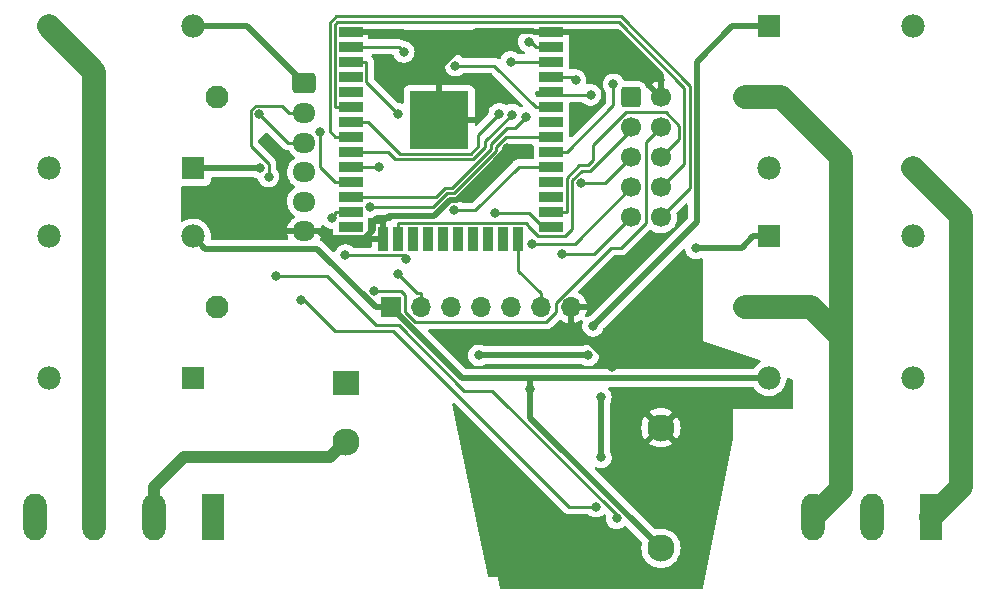
<source format=gbr>
%TF.GenerationSoftware,KiCad,Pcbnew,(6.0.4)*%
%TF.CreationDate,2022-04-18T16:03:53+05:30*%
%TF.ProjectId,esp32 switch,65737033-3220-4737-9769-7463682e6b69,rev?*%
%TF.SameCoordinates,Original*%
%TF.FileFunction,Copper,L1,Top*%
%TF.FilePolarity,Positive*%
%FSLAX46Y46*%
G04 Gerber Fmt 4.6, Leading zero omitted, Abs format (unit mm)*
G04 Created by KiCad (PCBNEW (6.0.4)) date 2022-04-18 16:03:53*
%MOMM*%
%LPD*%
G01*
G04 APERTURE LIST*
G04 Aperture macros list*
%AMRoundRect*
0 Rectangle with rounded corners*
0 $1 Rounding radius*
0 $2 $3 $4 $5 $6 $7 $8 $9 X,Y pos of 4 corners*
0 Add a 4 corners polygon primitive as box body*
4,1,4,$2,$3,$4,$5,$6,$7,$8,$9,$2,$3,0*
0 Add four circle primitives for the rounded corners*
1,1,$1+$1,$2,$3*
1,1,$1+$1,$4,$5*
1,1,$1+$1,$6,$7*
1,1,$1+$1,$8,$9*
0 Add four rect primitives between the rounded corners*
20,1,$1+$1,$2,$3,$4,$5,0*
20,1,$1+$1,$4,$5,$6,$7,0*
20,1,$1+$1,$6,$7,$8,$9,0*
20,1,$1+$1,$8,$9,$2,$3,0*%
G04 Aperture macros list end*
%TA.AperFunction,ComponentPad*%
%ADD10R,2.300000X2.000000*%
%TD*%
%TA.AperFunction,ComponentPad*%
%ADD11C,2.300000*%
%TD*%
%TA.AperFunction,ComponentPad*%
%ADD12R,1.700000X1.700000*%
%TD*%
%TA.AperFunction,ComponentPad*%
%ADD13O,1.700000X1.700000*%
%TD*%
%TA.AperFunction,SMDPad,CuDef*%
%ADD14R,2.000000X0.900000*%
%TD*%
%TA.AperFunction,SMDPad,CuDef*%
%ADD15R,0.900000X2.000000*%
%TD*%
%TA.AperFunction,SMDPad,CuDef*%
%ADD16R,5.000000X5.000000*%
%TD*%
%TA.AperFunction,ComponentPad*%
%ADD17R,1.980000X3.960000*%
%TD*%
%TA.AperFunction,ComponentPad*%
%ADD18O,1.980000X3.960000*%
%TD*%
%TA.AperFunction,ComponentPad*%
%ADD19R,1.980000X1.980000*%
%TD*%
%TA.AperFunction,ComponentPad*%
%ADD20C,1.980000*%
%TD*%
%TA.AperFunction,ComponentPad*%
%ADD21C,1.935000*%
%TD*%
%TA.AperFunction,ComponentPad*%
%ADD22RoundRect,0.250000X-0.725000X0.600000X-0.725000X-0.600000X0.725000X-0.600000X0.725000X0.600000X0*%
%TD*%
%TA.AperFunction,ComponentPad*%
%ADD23O,1.950000X1.700000*%
%TD*%
%TA.AperFunction,ComponentPad*%
%ADD24RoundRect,0.250000X-0.600000X-0.600000X0.600000X-0.600000X0.600000X0.600000X-0.600000X0.600000X0*%
%TD*%
%TA.AperFunction,ComponentPad*%
%ADD25C,1.700000*%
%TD*%
%TA.AperFunction,ViaPad*%
%ADD26C,0.800000*%
%TD*%
%TA.AperFunction,Conductor*%
%ADD27C,0.500000*%
%TD*%
%TA.AperFunction,Conductor*%
%ADD28C,2.000000*%
%TD*%
%TA.AperFunction,Conductor*%
%ADD29C,1.000000*%
%TD*%
%TA.AperFunction,Conductor*%
%ADD30C,0.250000*%
%TD*%
G04 APERTURE END LIST*
D10*
%TO.P,PS1,1,AC/L*%
%TO.N,Net-(J1-Pad1)*%
X120650000Y-87670000D03*
D11*
%TO.P,PS1,2,AC/N*%
%TO.N,Net-(J1-Pad2)*%
X120650000Y-92670000D03*
%TO.P,PS1,3,-Vout*%
%TO.N,GND*%
X147320000Y-91480000D03*
%TO.P,PS1,4,+Vout*%
%TO.N,VCC*%
X147320000Y-101680000D03*
%TD*%
D12*
%TO.P,J6,1,Pin_1*%
%TO.N,VCC*%
X124460000Y-81280000D03*
D13*
%TO.P,J6,2,Pin_2*%
%TO.N,Net-(J6-Pad2)*%
X127000000Y-81280000D03*
%TO.P,J6,3,Pin_3*%
%TO.N,Net-(J6-Pad3)*%
X129540000Y-81280000D03*
%TO.P,J6,4,Pin_4*%
%TO.N,Net-(J6-Pad4)*%
X132080000Y-81280000D03*
%TO.P,J6,5,Pin_5*%
%TO.N,Net-(J6-Pad5)*%
X134620000Y-81280000D03*
%TO.P,J6,6,Pin_6*%
%TO.N,Net-(J6-Pad6)*%
X137160000Y-81280000D03*
%TO.P,J6,7,Pin_7*%
%TO.N,GND*%
X139700000Y-81280000D03*
%TD*%
D14*
%TO.P,U2,1,GND*%
%TO.N,GND*%
X121040000Y-57955000D03*
%TO.P,U2,2,VDD*%
%TO.N,Net-(U1-Pad2)*%
X121040000Y-59225000D03*
%TO.P,U2,3,EN*%
%TO.N,Net-(J6-Pad2)*%
X121040000Y-60495000D03*
%TO.P,U2,4,SENSOR_VP*%
%TO.N,unconnected-(U2-Pad4)*%
X121040000Y-61765000D03*
%TO.P,U2,5,SENSOR_VN*%
%TO.N,unconnected-(U2-Pad5)*%
X121040000Y-63035000D03*
%TO.P,U2,6,IO34*%
%TO.N,Net-(J4-Pad8)*%
X121040000Y-64305000D03*
%TO.P,U2,7,IO35*%
%TO.N,Net-(J4-Pad7)*%
X121040000Y-65575000D03*
%TO.P,U2,8,IO32*%
%TO.N,Net-(J4-Pad10)*%
X121040000Y-66845000D03*
%TO.P,U2,9,IO33*%
%TO.N,Net-(J4-Pad9)*%
X121040000Y-68115000D03*
%TO.P,U2,10,IO25*%
%TO.N,Net-(R2-Pad2)*%
X121040000Y-69385000D03*
%TO.P,U2,11,IO26*%
%TO.N,Net-(R1-Pad2)*%
X121040000Y-70655000D03*
%TO.P,U2,12,IO27*%
%TO.N,Net-(J4-Pad5)*%
X121040000Y-71925000D03*
%TO.P,U2,13,IO14*%
%TO.N,Net-(J4-Pad4)*%
X121040000Y-73195000D03*
%TO.P,U2,14,IO12*%
%TO.N,unconnected-(U2-Pad14)*%
X121040000Y-74465000D03*
D15*
%TO.P,U2,15,GND*%
%TO.N,GND*%
X123825000Y-75465000D03*
%TO.P,U2,16,IO13*%
%TO.N,Net-(J4-Pad3)*%
X125095000Y-75465000D03*
%TO.P,U2,17,SHD/SD2*%
%TO.N,unconnected-(U2-Pad17)*%
X126365000Y-75465000D03*
%TO.P,U2,18,SWP/SD3*%
%TO.N,unconnected-(U2-Pad18)*%
X127635000Y-75465000D03*
%TO.P,U2,19,SCS/CMD*%
%TO.N,unconnected-(U2-Pad19)*%
X128905000Y-75465000D03*
%TO.P,U2,20,SCK/CLK*%
%TO.N,unconnected-(U2-Pad20)*%
X130175000Y-75465000D03*
%TO.P,U2,21,SDO/SD0*%
%TO.N,unconnected-(U2-Pad21)*%
X131445000Y-75465000D03*
%TO.P,U2,22,SDI/SD1*%
%TO.N,unconnected-(U2-Pad22)*%
X132715000Y-75465000D03*
%TO.P,U2,23,IO15*%
%TO.N,unconnected-(U2-Pad23)*%
X133985000Y-75465000D03*
%TO.P,U2,24,IO2*%
%TO.N,Net-(J6-Pad6)*%
X135255000Y-75465000D03*
D14*
%TO.P,U2,25,IO0*%
%TO.N,Net-(J6-Pad3)*%
X138040000Y-74465000D03*
%TO.P,U2,26,IO4*%
%TO.N,Net-(J4-Pad6)*%
X138040000Y-73195000D03*
%TO.P,U2,27,IO16*%
%TO.N,unconnected-(U2-Pad27)*%
X138040000Y-71925000D03*
%TO.P,U2,28,IO17*%
%TO.N,unconnected-(U2-Pad28)*%
X138040000Y-70655000D03*
%TO.P,U2,29,IO5*%
%TO.N,Net-(J5-Pad2)*%
X138040000Y-69385000D03*
%TO.P,U2,30,IO18*%
%TO.N,Net-(J5-Pad3)*%
X138040000Y-68115000D03*
%TO.P,U2,31,IO19*%
%TO.N,Net-(J5-Pad4)*%
X138040000Y-66845000D03*
%TO.P,U2,32,NC*%
%TO.N,unconnected-(U2-Pad32)*%
X138040000Y-65575000D03*
%TO.P,U2,33,IO21*%
%TO.N,Net-(J5-Pad5)*%
X138040000Y-64305000D03*
%TO.P,U2,34,RXD0/IO3*%
%TO.N,Net-(J6-Pad5)*%
X138040000Y-63035000D03*
%TO.P,U2,35,TXD0/IO1*%
%TO.N,Net-(J6-Pad4)*%
X138040000Y-61765000D03*
%TO.P,U2,36,IO22*%
%TO.N,Net-(R3-Pad2)*%
X138040000Y-60495000D03*
%TO.P,U2,37,IO23*%
%TO.N,Net-(R4-Pad2)*%
X138040000Y-59225000D03*
%TO.P,U2,38,GND*%
%TO.N,GND*%
X138040000Y-57955000D03*
D16*
%TO.P,U2,39,GND*%
X128540000Y-65455000D03*
%TD*%
D17*
%TO.P,J1,1,Pin_1*%
%TO.N,Net-(J1-Pad1)*%
X109360000Y-99060000D03*
D18*
%TO.P,J1,2,Pin_2*%
%TO.N,Net-(J1-Pad2)*%
X104360000Y-99060000D03*
%TO.P,J1,3,Pin_3*%
%TO.N,Net-(J1-Pad3)*%
X99360000Y-99060000D03*
%TO.P,J1,4,Pin_4*%
%TO.N,Net-(J1-Pad4)*%
X94360000Y-99060000D03*
%TD*%
D19*
%TO.P,K3,A1*%
%TO.N,Net-(D3-Pad2)*%
X156460000Y-57500000D03*
D20*
%TO.P,K3,A2*%
%TO.N,VCC*%
X156460000Y-69500000D03*
D21*
%TO.P,K3,COM*%
%TO.N,Net-(J1-Pad2)*%
X154460000Y-63500000D03*
D20*
%TO.P,K3,NC*%
%TO.N,unconnected-(K3-PadNC)*%
X168660000Y-57500000D03*
%TO.P,K3,NO*%
%TO.N,Net-(J2-Pad1)*%
X168660000Y-69500000D03*
%TD*%
D17*
%TO.P,J2,1,Pin_1*%
%TO.N,Net-(J2-Pad1)*%
X170180000Y-99060000D03*
D18*
%TO.P,J2,2,Pin_2*%
%TO.N,Net-(J2-Pad2)*%
X165180000Y-99060000D03*
%TO.P,J2,3,Pin_3*%
%TO.N,Net-(J1-Pad2)*%
X160180000Y-99060000D03*
%TD*%
D19*
%TO.P,K1,A1*%
%TO.N,Net-(D1-Pad2)*%
X107700000Y-87280000D03*
D20*
%TO.P,K1,A2*%
%TO.N,VCC*%
X107700000Y-75280000D03*
D21*
%TO.P,K1,COM*%
%TO.N,Net-(J1-Pad2)*%
X109700000Y-81280000D03*
D20*
%TO.P,K1,NC*%
%TO.N,unconnected-(K1-PadNC)*%
X95500000Y-87280000D03*
%TO.P,K1,NO*%
%TO.N,Net-(J1-Pad4)*%
X95500000Y-75280000D03*
%TD*%
D22*
%TO.P,J5,1,Pin_1*%
%TO.N,VCC*%
X117140000Y-62330000D03*
D23*
%TO.P,J5,2,Pin_2*%
%TO.N,Net-(J5-Pad2)*%
X117140000Y-64830000D03*
%TO.P,J5,3,Pin_3*%
%TO.N,Net-(J5-Pad3)*%
X117140000Y-67330000D03*
%TO.P,J5,4,Pin_4*%
%TO.N,Net-(J5-Pad4)*%
X117140000Y-69830000D03*
%TO.P,J5,5,Pin_5*%
%TO.N,Net-(J5-Pad5)*%
X117140000Y-72330000D03*
%TO.P,J5,6,Pin_6*%
%TO.N,GND*%
X117140000Y-74830000D03*
%TD*%
D19*
%TO.P,K4,A1*%
%TO.N,Net-(D4-Pad2)*%
X156460000Y-75280000D03*
D20*
%TO.P,K4,A2*%
%TO.N,VCC*%
X156460000Y-87280000D03*
D21*
%TO.P,K4,COM*%
%TO.N,Net-(J1-Pad2)*%
X154460000Y-81280000D03*
D20*
%TO.P,K4,NC*%
%TO.N,unconnected-(K4-PadNC)*%
X168660000Y-75280000D03*
%TO.P,K4,NO*%
%TO.N,Net-(J2-Pad2)*%
X168660000Y-87280000D03*
%TD*%
D24*
%TO.P,J4,1,Pin_1*%
%TO.N,VCC*%
X144780000Y-63500000D03*
D25*
%TO.P,J4,2,Pin_2*%
%TO.N,GND*%
X147320000Y-63500000D03*
%TO.P,J4,3,Pin_3*%
%TO.N,Net-(J4-Pad3)*%
X144780000Y-66040000D03*
%TO.P,J4,4,Pin_4*%
%TO.N,Net-(J4-Pad4)*%
X147320000Y-66040000D03*
%TO.P,J4,5,Pin_5*%
%TO.N,Net-(J4-Pad5)*%
X144780000Y-68580000D03*
%TO.P,J4,6,Pin_6*%
%TO.N,Net-(J4-Pad6)*%
X147320000Y-68580000D03*
%TO.P,J4,7,Pin_7*%
%TO.N,Net-(J4-Pad7)*%
X144780000Y-71120000D03*
%TO.P,J4,8,Pin_8*%
%TO.N,Net-(J4-Pad8)*%
X147320000Y-71120000D03*
%TO.P,J4,9,Pin_9*%
%TO.N,Net-(J4-Pad9)*%
X144780000Y-73660000D03*
%TO.P,J4,10,Pin_10*%
%TO.N,Net-(J4-Pad10)*%
X147320000Y-73660000D03*
%TD*%
D19*
%TO.P,K2,A1*%
%TO.N,Net-(D2-Pad2)*%
X107700000Y-69500000D03*
D20*
%TO.P,K2,A2*%
%TO.N,VCC*%
X107700000Y-57500000D03*
D21*
%TO.P,K2,COM*%
%TO.N,Net-(J1-Pad2)*%
X109700000Y-63500000D03*
D20*
%TO.P,K2,NC*%
%TO.N,unconnected-(K2-PadNC)*%
X95500000Y-69500000D03*
%TO.P,K2,NO*%
%TO.N,Net-(J1-Pad3)*%
X95500000Y-57500000D03*
%TD*%
D26*
%TO.N,VCC*%
X136270000Y-88191300D03*
%TO.N,Net-(D1-Pad2)*%
X131892700Y-85356500D03*
X141182000Y-85356500D03*
%TO.N,Net-(D2-Pad2)*%
X113368000Y-69500000D03*
%TO.N,Net-(D3-Pad2)*%
X142240000Y-93980000D03*
X142240000Y-88900000D03*
X141561700Y-82865300D03*
%TO.N,Net-(D4-Pad2)*%
X150295600Y-76282200D03*
%TO.N,GND*%
X143168400Y-86360000D03*
X134326800Y-67832200D03*
%TO.N,Net-(J4-Pad4)*%
X119437500Y-73705200D03*
X123064600Y-79893900D03*
%TO.N,Net-(J4-Pad5)*%
X140550400Y-70772900D03*
X135935500Y-65153300D03*
%TO.N,Net-(J5-Pad2)*%
X114099700Y-70207500D03*
X120595200Y-76861000D03*
X125769400Y-77156100D03*
X129798000Y-73047700D03*
%TO.N,Net-(J5-Pad3)*%
X113311600Y-64921900D03*
X143303300Y-62397200D03*
%TO.N,Net-(J5-Pad4)*%
X122655500Y-72795700D03*
%TO.N,Net-(J5-Pad5)*%
X129924400Y-60817300D03*
%TO.N,Net-(Q3-Pad1)*%
X141821100Y-98162000D03*
X116840000Y-80671700D03*
%TO.N,Net-(Q4-Pad1)*%
X143568800Y-99134200D03*
X114732500Y-78640900D03*
%TO.N,Net-(R1-Pad2)*%
X118440400Y-66445500D03*
%TO.N,Net-(R2-Pad2)*%
X123440800Y-69385000D03*
%TO.N,Net-(R3-Pad2)*%
X134599400Y-60495000D03*
%TO.N,Net-(R4-Pad2)*%
X136117400Y-58795600D03*
%TO.N,Net-(J4-Pad7)*%
X133623800Y-64893900D03*
X136395200Y-75894600D03*
%TO.N,Net-(J4-Pad9)*%
X134720700Y-64964700D03*
X138978000Y-76759900D03*
%TO.N,Net-(J6-Pad2)*%
X125094900Y-64900000D03*
X125038700Y-78490200D03*
%TO.N,Net-(J6-Pad3)*%
X133268000Y-73276100D03*
%TO.N,Net-(J6-Pad4)*%
X140097300Y-62043700D03*
%TO.N,Net-(J6-Pad5)*%
X141370000Y-63288500D03*
%TO.N,Net-(U1-Pad2)*%
X125542000Y-59652000D03*
%TD*%
D27*
%TO.N,Net-(D3-Pad2)*%
X153320000Y-57500000D02*
X156460000Y-57500000D01*
X150350320Y-60469680D02*
X153320000Y-57500000D01*
X150350320Y-74076680D02*
X150350320Y-60469680D01*
X141561700Y-82865300D02*
X150350320Y-74076680D01*
%TO.N,VCC*%
X108741500Y-76321500D02*
X118201200Y-76321500D01*
X136270000Y-90630000D02*
X136270000Y-88191300D01*
X136270000Y-87280000D02*
X136270000Y-88191300D01*
X156460000Y-87280000D02*
X136270000Y-87280000D01*
X107700000Y-57500000D02*
X112310000Y-57500000D01*
X136270000Y-87280000D02*
X130460000Y-87280000D01*
X107700000Y-75280000D02*
X108741500Y-76321500D01*
X112310000Y-57500000D02*
X117140000Y-62330000D01*
X130460000Y-87280000D02*
X124460000Y-81280000D01*
X147320000Y-101680000D02*
X136270000Y-90630000D01*
X118201200Y-76321500D02*
X123159700Y-81280000D01*
X124460000Y-81280000D02*
X123159700Y-81280000D01*
%TO.N,Net-(D1-Pad2)*%
X141182000Y-85356500D02*
X131892700Y-85356500D01*
%TO.N,Net-(D2-Pad2)*%
X107700000Y-69500000D02*
X113368000Y-69500000D01*
%TO.N,Net-(D3-Pad2)*%
X142240000Y-93980000D02*
X142240000Y-88900000D01*
%TO.N,Net-(D4-Pad2)*%
X154142500Y-76282200D02*
X155144700Y-75280000D01*
X150295600Y-76282200D02*
X154142500Y-76282200D01*
X156460000Y-75280000D02*
X155144700Y-75280000D01*
D28*
%TO.N,Net-(J1-Pad3)*%
X95500000Y-57500000D02*
X99360000Y-61360000D01*
X99360000Y-61360000D02*
X99360000Y-99060000D01*
%TO.N,Net-(J2-Pad1)*%
X172720000Y-96520000D02*
X170180000Y-99060000D01*
X172720000Y-73560000D02*
X172720000Y-96520000D01*
X168660000Y-69500000D02*
X172720000Y-73560000D01*
D27*
%TO.N,GND*%
X122924700Y-74739900D02*
X122924700Y-74196000D01*
X134326800Y-67890000D02*
X130019400Y-72197400D01*
X134326800Y-67832200D02*
X134326800Y-67890000D01*
X143168400Y-86360000D02*
X143168400Y-86048700D01*
X130019400Y-72197400D02*
X129445800Y-72197400D01*
X137314900Y-57955000D02*
X138040000Y-57955000D01*
X147320000Y-61611100D02*
X147320000Y-62200489D01*
X137314900Y-57955000D02*
X136589700Y-57955000D01*
X147320000Y-62200489D02*
X147320000Y-63050480D01*
X131675300Y-57863900D02*
X128540000Y-60999200D01*
X118390200Y-74830000D02*
X118945800Y-75385600D01*
X139700000Y-81280000D02*
X139700000Y-82580300D01*
X124275400Y-73564300D02*
X123825000Y-74014700D01*
X143663900Y-57955000D02*
X147320000Y-61611100D01*
X143168400Y-86048700D02*
X139700000Y-82580300D01*
X128540000Y-60999200D02*
X128540000Y-65455000D01*
X138040000Y-57955000D02*
X143663900Y-57955000D01*
X125495800Y-57955000D02*
X121040000Y-57955000D01*
X128078900Y-73564300D02*
X124275400Y-73564300D01*
X136498600Y-57863900D02*
X131675300Y-57863900D01*
X123825000Y-75465000D02*
X123825000Y-74014700D01*
X123106000Y-74014700D02*
X123825000Y-74014700D01*
X129445800Y-72197400D02*
X128078900Y-73564300D01*
X122924700Y-74196000D02*
X123106000Y-74014700D01*
X122279000Y-75385600D02*
X122924700Y-74739900D01*
X128540000Y-60999200D02*
X125495800Y-57955000D01*
X118945800Y-75385600D02*
X122279000Y-75385600D01*
X117140000Y-74830000D02*
X118390200Y-74830000D01*
X136589700Y-57955000D02*
X136498600Y-57863900D01*
D29*
%TO.N,Net-(J1-Pad2)*%
X104360000Y-96520000D02*
X106900000Y-93980000D01*
D28*
X154460000Y-81280000D02*
X160020000Y-81280000D01*
D29*
X119340000Y-93980000D02*
X120650000Y-92670000D01*
D28*
X154460000Y-63500000D02*
X157480000Y-63500000D01*
X157480000Y-63500000D02*
X162560000Y-68580000D01*
X162560000Y-83820000D02*
X162560000Y-96680000D01*
X162560000Y-96680000D02*
X160180000Y-99060000D01*
X160020000Y-81280000D02*
X162560000Y-83820000D01*
D29*
X106900000Y-93980000D02*
X119340000Y-93980000D01*
X104360000Y-99060000D02*
X104360000Y-96520000D01*
D28*
X162560000Y-68580000D02*
X162560000Y-81600000D01*
X162560000Y-81280000D02*
X162560000Y-83820000D01*
D30*
%TO.N,Net-(J4-Pad3)*%
X140599280Y-69698320D02*
X139825100Y-70472500D01*
X144780000Y-66227717D02*
X141309397Y-69698320D01*
X139200100Y-75248800D02*
X136875800Y-75248800D01*
X125095000Y-74139700D02*
X125095000Y-75465000D01*
X136030400Y-74275000D02*
X135895100Y-74139700D01*
X135895100Y-74139700D02*
X125095000Y-74139700D01*
X141309397Y-69698320D02*
X140599280Y-69698320D01*
X139825100Y-74623800D02*
X139200100Y-75248800D01*
X144780000Y-66040000D02*
X144780000Y-66227717D01*
X136875800Y-75248800D02*
X136030400Y-74403400D01*
X139825100Y-70472500D02*
X139825100Y-74623800D01*
X136030400Y-74403400D02*
X136030400Y-74275000D01*
%TO.N,Net-(J4-Pad4)*%
X126496700Y-82503000D02*
X137625200Y-82503000D01*
X123064600Y-79893900D02*
X125275900Y-79893900D01*
X137625200Y-82503000D02*
X138430000Y-81698200D01*
X146050000Y-67310000D02*
X147320000Y-66040000D01*
X125275900Y-79893900D02*
X125635400Y-80253400D01*
X125635400Y-80253400D02*
X125635400Y-81641700D01*
X138430000Y-80885300D02*
X143060100Y-76255200D01*
X143060100Y-76255200D02*
X143901100Y-76255200D01*
X119714700Y-73195000D02*
X119714700Y-73428000D01*
X146050000Y-74106300D02*
X146050000Y-67310000D01*
X143901100Y-76255200D02*
X146050000Y-74106300D01*
X119714700Y-73428000D02*
X119437500Y-73705200D01*
X121040000Y-73195000D02*
X119714700Y-73195000D01*
X138430000Y-81698200D02*
X138430000Y-80885300D01*
X125635400Y-81641700D02*
X126496700Y-82503000D01*
%TO.N,Net-(J4-Pad5)*%
X132907100Y-67461000D02*
X132907100Y-67859100D01*
X129594400Y-71171800D02*
X129020800Y-71171800D01*
X135005900Y-66082900D02*
X134285200Y-66082900D01*
X129020800Y-71171800D02*
X128267600Y-71925000D01*
X134285200Y-66082900D02*
X132907100Y-67461000D01*
X135935500Y-65153300D02*
X135005900Y-66082900D01*
X140550400Y-70772900D02*
X142587100Y-70772900D01*
X128267600Y-71925000D02*
X121040000Y-71925000D01*
X132907100Y-67859100D02*
X129594400Y-71171800D01*
X142587100Y-70772900D02*
X144780000Y-68580000D01*
%TO.N,Net-(J5-Pad2)*%
X117140000Y-64830000D02*
X115839700Y-64830000D01*
X114099700Y-69139100D02*
X114099700Y-70207500D01*
X112586200Y-64610100D02*
X112586200Y-67625600D01*
X125474300Y-76861000D02*
X120595200Y-76861000D01*
X112999800Y-64196500D02*
X112586200Y-64610100D01*
X125769400Y-77156100D02*
X125474300Y-76861000D01*
X112586200Y-67625600D02*
X114099700Y-69139100D01*
X131605400Y-73047700D02*
X135268100Y-69385000D01*
X115839700Y-64830000D02*
X115206200Y-64196500D01*
X129798000Y-73047700D02*
X131605400Y-73047700D01*
X135268100Y-69385000D02*
X138040000Y-69385000D01*
X115206200Y-64196500D02*
X112999800Y-64196500D01*
%TO.N,Net-(J5-Pad3)*%
X143303300Y-62397200D02*
X143303300Y-64177000D01*
X143303300Y-64177000D02*
X139365300Y-68115000D01*
X138040000Y-68115000D02*
X139365300Y-68115000D01*
X117140000Y-67330000D02*
X115719700Y-67330000D01*
X115719700Y-67330000D02*
X113311600Y-64921900D01*
%TO.N,Net-(J5-Pad4)*%
X128033800Y-72795700D02*
X122655500Y-72795700D01*
X133357400Y-67727100D02*
X133357400Y-68045700D01*
X129781000Y-71622100D02*
X129207400Y-71622100D01*
X129207400Y-71622100D02*
X128033800Y-72795700D01*
X134239500Y-66845000D02*
X133357400Y-67727100D01*
X138040000Y-66845000D02*
X134239500Y-66845000D01*
X133357400Y-68045700D02*
X129781000Y-71622100D01*
%TO.N,Net-(J5-Pad5)*%
X129924400Y-60817300D02*
X133227000Y-60817300D01*
X133227000Y-60817300D02*
X136714700Y-64305000D01*
X138040000Y-64305000D02*
X136714700Y-64305000D01*
%TO.N,Net-(Q3-Pad1)*%
X117134000Y-80671700D02*
X119723200Y-83260900D01*
X116840000Y-80671700D02*
X117134000Y-80671700D01*
X124644000Y-83260900D02*
X139545100Y-98162000D01*
X119723200Y-83260900D02*
X124644000Y-83260900D01*
X139545100Y-98162000D02*
X141821100Y-98162000D01*
%TO.N,Net-(Q4-Pad1)*%
X125148900Y-82810600D02*
X130662200Y-88323900D01*
X143568800Y-98883800D02*
X143568800Y-99134200D01*
X130662200Y-88323900D02*
X133008900Y-88323900D01*
X119051400Y-78640900D02*
X123221100Y-82810600D01*
X114732500Y-78640900D02*
X119051400Y-78640900D01*
X133008900Y-88323900D02*
X143568800Y-98883800D01*
X123221100Y-82810600D02*
X125148900Y-82810600D01*
%TO.N,Net-(R1-Pad2)*%
X119714700Y-70655000D02*
X121040000Y-70655000D01*
X118440400Y-69380700D02*
X119714700Y-70655000D01*
X118440400Y-66445500D02*
X118440400Y-69380700D01*
%TO.N,Net-(R2-Pad2)*%
X123440800Y-69385000D02*
X121040000Y-69385000D01*
%TO.N,Net-(R3-Pad2)*%
X138040000Y-60495000D02*
X134599400Y-60495000D01*
%TO.N,Net-(R4-Pad2)*%
X136714700Y-59225000D02*
X136285300Y-58795600D01*
X138040000Y-59225000D02*
X136714700Y-59225000D01*
X136285300Y-58795600D02*
X136117400Y-58795600D01*
%TO.N,Net-(J4-Pad6)*%
X141548000Y-68824000D02*
X141123200Y-69248800D01*
X140411900Y-69248800D02*
X139365300Y-70295400D01*
X148843880Y-65902870D02*
X148843880Y-67056120D01*
X138040000Y-73195000D02*
X139365300Y-73195000D01*
X147711510Y-64770500D02*
X148843880Y-65902870D01*
X146049500Y-64770500D02*
X144333600Y-64770500D01*
X144333600Y-64770500D02*
X141548000Y-67556100D01*
X141548000Y-67556100D02*
X141548000Y-68824000D01*
X139365300Y-70295400D02*
X139365300Y-73195000D01*
X141123200Y-69248800D02*
X140411900Y-69248800D01*
X148843880Y-67056120D02*
X147320000Y-68580000D01*
X146049500Y-64770500D02*
X147711510Y-64770500D01*
%TO.N,Net-(J4-Pad7)*%
X122508900Y-65575000D02*
X125223200Y-68289300D01*
X121040000Y-65575000D02*
X122508900Y-65575000D01*
X136395200Y-75894600D02*
X140005400Y-75894600D01*
X125223200Y-68289300D02*
X131203100Y-68289300D01*
X131847200Y-67645200D02*
X131847200Y-66670500D01*
X140005400Y-75894600D02*
X144780000Y-71120000D01*
X131203100Y-68289300D02*
X131847200Y-67645200D01*
X131847200Y-66670500D02*
X133623800Y-64893900D01*
%TO.N,Net-(J4-Pad8)*%
X143754400Y-57163300D02*
X149293400Y-62702300D01*
X121040000Y-64305000D02*
X119714700Y-64305000D01*
X119714700Y-64305000D02*
X119714700Y-57365600D01*
X119714700Y-57365600D02*
X119917000Y-57163300D01*
X149293400Y-69146600D02*
X147320000Y-71120000D01*
X149293400Y-62702300D02*
X149293400Y-69146600D01*
X119917000Y-57163300D02*
X143754400Y-57163300D01*
%TO.N,Net-(J4-Pad9)*%
X124187000Y-68115000D02*
X124811600Y-68739600D01*
X121040000Y-68115000D02*
X122365300Y-68115000D01*
X131389700Y-68739600D02*
X132456800Y-67672500D01*
X138978000Y-76759900D02*
X141680100Y-76759900D01*
X122365300Y-68115000D02*
X124187000Y-68115000D01*
X132456800Y-67228600D02*
X134720700Y-64964700D01*
X141680100Y-76759900D02*
X144780000Y-73660000D01*
X132456800Y-67672500D02*
X132456800Y-67228600D01*
X124811600Y-68739600D02*
X131389700Y-68739600D01*
%TO.N,Net-(J4-Pad10)*%
X121040000Y-66845000D02*
X119714700Y-66845000D01*
X149775800Y-71204200D02*
X147320000Y-73660000D01*
X119264400Y-66394700D02*
X119264400Y-57179000D01*
X143922500Y-56647200D02*
X149775800Y-62500500D01*
X119264400Y-57179000D02*
X119796200Y-56647200D01*
X149775800Y-62500500D02*
X149775800Y-71204200D01*
X119714700Y-66845000D02*
X119264400Y-66394700D01*
X119796200Y-56647200D02*
X143922500Y-56647200D01*
%TO.N,Net-(J6-Pad2)*%
X127000000Y-80104700D02*
X126653200Y-80104700D01*
X126653200Y-80104700D02*
X125038700Y-78490200D01*
X122365300Y-62170400D02*
X125094900Y-64900000D01*
X127000000Y-81280000D02*
X127000000Y-80104700D01*
X122365300Y-60495000D02*
X122365300Y-62170400D01*
X121040000Y-60495000D02*
X122365300Y-60495000D01*
%TO.N,Net-(J6-Pad3)*%
X137306300Y-74465000D02*
X136117400Y-73276100D01*
X138040000Y-74465000D02*
X137306300Y-74465000D01*
X136117400Y-73276100D02*
X133268000Y-73276100D01*
%TO.N,Net-(J6-Pad4)*%
X139818600Y-61765000D02*
X140097300Y-62043700D01*
X139365300Y-61765000D02*
X139818600Y-61765000D01*
X138040000Y-61765000D02*
X139365300Y-61765000D01*
%TO.N,Net-(J6-Pad5)*%
X138040000Y-63035000D02*
X136714700Y-63035000D01*
X136714700Y-63035000D02*
X136714700Y-63215500D01*
X136787700Y-63288500D02*
X141370000Y-63288500D01*
X136714700Y-63215500D02*
X136787700Y-63288500D01*
%TO.N,Net-(J6-Pad6)*%
X137160000Y-81280000D02*
X137160000Y-80104700D01*
X135255000Y-78199700D02*
X137160000Y-80104700D01*
X135255000Y-75465000D02*
X135255000Y-78199700D01*
%TO.N,Net-(U1-Pad2)*%
X121040000Y-59225000D02*
X125115000Y-59225000D01*
X125115000Y-59225000D02*
X125542000Y-59652000D01*
%TD*%
%TA.AperFunction,Conductor*%
%TO.N,GND*%
G36*
X155164790Y-88058502D02*
G01*
X155204102Y-88098665D01*
X155246625Y-88168056D01*
X155407961Y-88354307D01*
X155411936Y-88357607D01*
X155411940Y-88357611D01*
X155439289Y-88380316D01*
X155597550Y-88511707D01*
X155810300Y-88636028D01*
X155815120Y-88637868D01*
X155815125Y-88637871D01*
X155963523Y-88694538D01*
X156040499Y-88723932D01*
X156045567Y-88724963D01*
X156045570Y-88724964D01*
X156154844Y-88747196D01*
X156281964Y-88773059D01*
X156287137Y-88773249D01*
X156287140Y-88773249D01*
X156523045Y-88781899D01*
X156523049Y-88781899D01*
X156528209Y-88782088D01*
X156533329Y-88781432D01*
X156533331Y-88781432D01*
X156767496Y-88751435D01*
X156767497Y-88751435D01*
X156772624Y-88750778D01*
X156777574Y-88749293D01*
X157003687Y-88681456D01*
X157003692Y-88681454D01*
X157008642Y-88679969D01*
X157098337Y-88636028D01*
X157225275Y-88573842D01*
X157225280Y-88573839D01*
X157229926Y-88571563D01*
X157234136Y-88568560D01*
X157234141Y-88568557D01*
X157426321Y-88431476D01*
X157426326Y-88431472D01*
X157430533Y-88428471D01*
X157480000Y-88379176D01*
X157480000Y-88900000D01*
X152400000Y-88900000D01*
X152400000Y-91440000D01*
X149860000Y-104140000D01*
X132805038Y-104140000D01*
X132736917Y-104119998D01*
X132690424Y-104066342D01*
X132681666Y-104039601D01*
X131947240Y-100500424D01*
X129665679Y-89505644D01*
X129671423Y-89434882D01*
X129714513Y-89378457D01*
X129781268Y-89354286D01*
X129850494Y-89370042D01*
X129878146Y-89390950D01*
X139041443Y-98554247D01*
X139048987Y-98562537D01*
X139053100Y-98569018D01*
X139058877Y-98574443D01*
X139102767Y-98615658D01*
X139105609Y-98618413D01*
X139125331Y-98638135D01*
X139128473Y-98640572D01*
X139128533Y-98640619D01*
X139137545Y-98648317D01*
X139163136Y-98672347D01*
X139169779Y-98678586D01*
X139176722Y-98682403D01*
X139187531Y-98688345D01*
X139204053Y-98699198D01*
X139220059Y-98711614D01*
X139227337Y-98714764D01*
X139227338Y-98714764D01*
X139260637Y-98729174D01*
X139271287Y-98734391D01*
X139310040Y-98755695D01*
X139317715Y-98757666D01*
X139317716Y-98757666D01*
X139329662Y-98760733D01*
X139348367Y-98767137D01*
X139366955Y-98775181D01*
X139374778Y-98776420D01*
X139374788Y-98776423D01*
X139410624Y-98782099D01*
X139422244Y-98784505D01*
X139457389Y-98793528D01*
X139465070Y-98795500D01*
X139485324Y-98795500D01*
X139505034Y-98797051D01*
X139525043Y-98800220D01*
X139532935Y-98799474D01*
X139569061Y-98796059D01*
X139580919Y-98795500D01*
X141112900Y-98795500D01*
X141181021Y-98815502D01*
X141200247Y-98831843D01*
X141200520Y-98831540D01*
X141205432Y-98835963D01*
X141209847Y-98840866D01*
X141215186Y-98844745D01*
X141352173Y-98944272D01*
X141364348Y-98953118D01*
X141370376Y-98955802D01*
X141370378Y-98955803D01*
X141532781Y-99028109D01*
X141538812Y-99030794D01*
X141632212Y-99050647D01*
X141719156Y-99069128D01*
X141719161Y-99069128D01*
X141725613Y-99070500D01*
X141916587Y-99070500D01*
X141923039Y-99069128D01*
X141923044Y-99069128D01*
X142009988Y-99050647D01*
X142103388Y-99030794D01*
X142109419Y-99028109D01*
X142271822Y-98955803D01*
X142271824Y-98955802D01*
X142277852Y-98953118D01*
X142290028Y-98944272D01*
X142427014Y-98844745D01*
X142432353Y-98840866D01*
X142437134Y-98835556D01*
X142437405Y-98835389D01*
X142441680Y-98831540D01*
X142442384Y-98832322D01*
X142497580Y-98798316D01*
X142568564Y-98799667D01*
X142619866Y-98830771D01*
X142638288Y-98849193D01*
X142672314Y-98911505D01*
X142674503Y-98951457D01*
X142655296Y-99134200D01*
X142675258Y-99324128D01*
X142734273Y-99505756D01*
X142829760Y-99671144D01*
X142957547Y-99813066D01*
X143112048Y-99925318D01*
X143118076Y-99928002D01*
X143118078Y-99928003D01*
X143280481Y-100000309D01*
X143286512Y-100002994D01*
X143351276Y-100016760D01*
X143466856Y-100041328D01*
X143466861Y-100041328D01*
X143473313Y-100042700D01*
X143664287Y-100042700D01*
X143670739Y-100041328D01*
X143670744Y-100041328D01*
X143786324Y-100016760D01*
X143851088Y-100002994D01*
X143857119Y-100000309D01*
X144019522Y-99928003D01*
X144019524Y-99928002D01*
X144025552Y-99925318D01*
X144180053Y-99813066D01*
X144184477Y-99808153D01*
X144186130Y-99806318D01*
X144187351Y-99805566D01*
X144189380Y-99803739D01*
X144189714Y-99804110D01*
X144246578Y-99769081D01*
X144317561Y-99770436D01*
X144368857Y-99801538D01*
X145687015Y-101119696D01*
X145721041Y-101182008D01*
X145720439Y-101238205D01*
X145678009Y-101414938D01*
X145678008Y-101414944D01*
X145676854Y-101419751D01*
X145656372Y-101680000D01*
X145676854Y-101940249D01*
X145678008Y-101945056D01*
X145678009Y-101945062D01*
X145716424Y-102105069D01*
X145737796Y-102194089D01*
X145837697Y-102435271D01*
X145974097Y-102657856D01*
X146143637Y-102856363D01*
X146342144Y-103025903D01*
X146564729Y-103162303D01*
X146569299Y-103164196D01*
X146569303Y-103164198D01*
X146801338Y-103260310D01*
X146805911Y-103262204D01*
X146894931Y-103283576D01*
X147054938Y-103321991D01*
X147054944Y-103321992D01*
X147059751Y-103323146D01*
X147320000Y-103343628D01*
X147580249Y-103323146D01*
X147585056Y-103321992D01*
X147585062Y-103321991D01*
X147745069Y-103283576D01*
X147834089Y-103262204D01*
X147838662Y-103260310D01*
X148070697Y-103164198D01*
X148070701Y-103164196D01*
X148075271Y-103162303D01*
X148297856Y-103025903D01*
X148496363Y-102856363D01*
X148665903Y-102657856D01*
X148802303Y-102435271D01*
X148902204Y-102194089D01*
X148923576Y-102105069D01*
X148961991Y-101945062D01*
X148961992Y-101945056D01*
X148963146Y-101940249D01*
X148983628Y-101680000D01*
X148963146Y-101419751D01*
X148961992Y-101414944D01*
X148961991Y-101414938D01*
X148919560Y-101238205D01*
X148902204Y-101165911D01*
X148900310Y-101161338D01*
X148804198Y-100929303D01*
X148804196Y-100929299D01*
X148802303Y-100924729D01*
X148665903Y-100702144D01*
X148496363Y-100503637D01*
X148297856Y-100334097D01*
X148075271Y-100197697D01*
X148070701Y-100195804D01*
X148070697Y-100195802D01*
X147838662Y-100099690D01*
X147838660Y-100099689D01*
X147834089Y-100097796D01*
X147745069Y-100076424D01*
X147585062Y-100038009D01*
X147585056Y-100038008D01*
X147580249Y-100036854D01*
X147320000Y-100016372D01*
X147059751Y-100036854D01*
X147054944Y-100038008D01*
X147054938Y-100038009D01*
X146878205Y-100080439D01*
X146807297Y-100076892D01*
X146759696Y-100047015D01*
X141724193Y-95011512D01*
X141690167Y-94949200D01*
X141695232Y-94878385D01*
X141737779Y-94821549D01*
X141804299Y-94796738D01*
X141864537Y-94807310D01*
X141907794Y-94826569D01*
X141957712Y-94848794D01*
X142051113Y-94868647D01*
X142138056Y-94887128D01*
X142138061Y-94887128D01*
X142144513Y-94888500D01*
X142335487Y-94888500D01*
X142341939Y-94887128D01*
X142341944Y-94887128D01*
X142428888Y-94868647D01*
X142522288Y-94848794D01*
X142564743Y-94829892D01*
X142690722Y-94773803D01*
X142690724Y-94773802D01*
X142696752Y-94771118D01*
X142851253Y-94658866D01*
X142979040Y-94516944D01*
X143074527Y-94351556D01*
X143133542Y-94169928D01*
X143135395Y-94152303D01*
X143152814Y-93986565D01*
X143153504Y-93980000D01*
X143152814Y-93973435D01*
X143134232Y-93796635D01*
X143134232Y-93796633D01*
X143133542Y-93790072D01*
X143074527Y-93608444D01*
X143015381Y-93506000D01*
X142998500Y-93443001D01*
X142998500Y-92822204D01*
X146343151Y-92822204D01*
X146347720Y-92828735D01*
X146560736Y-92959271D01*
X146569530Y-92963752D01*
X146801492Y-93059834D01*
X146810877Y-93062883D01*
X147055017Y-93121496D01*
X147064764Y-93123039D01*
X147315070Y-93142739D01*
X147324930Y-93142739D01*
X147575236Y-93123039D01*
X147584983Y-93121496D01*
X147829123Y-93062883D01*
X147838508Y-93059834D01*
X148070470Y-92963752D01*
X148079264Y-92959271D01*
X148290875Y-92829596D01*
X148296922Y-92820330D01*
X148290915Y-92810125D01*
X147332812Y-91852022D01*
X147318868Y-91844408D01*
X147317035Y-91844539D01*
X147310420Y-91848790D01*
X146350544Y-92808666D01*
X146343151Y-92822204D01*
X142998500Y-92822204D01*
X142998500Y-91484930D01*
X145657261Y-91484930D01*
X145676961Y-91735236D01*
X145678504Y-91744983D01*
X145737117Y-91989123D01*
X145740166Y-91998508D01*
X145836248Y-92230470D01*
X145840729Y-92239264D01*
X145970404Y-92450875D01*
X145979670Y-92456922D01*
X145989875Y-92450915D01*
X146947978Y-91492812D01*
X146954356Y-91481132D01*
X147684408Y-91481132D01*
X147684539Y-91482965D01*
X147688790Y-91489580D01*
X148648666Y-92449456D01*
X148662204Y-92456849D01*
X148668735Y-92452280D01*
X148799271Y-92239264D01*
X148803752Y-92230470D01*
X148899834Y-91998508D01*
X148902883Y-91989123D01*
X148961496Y-91744983D01*
X148963039Y-91735236D01*
X148982739Y-91484930D01*
X148982739Y-91475070D01*
X148963039Y-91224764D01*
X148961496Y-91215017D01*
X148902883Y-90970877D01*
X148899834Y-90961492D01*
X148803752Y-90729530D01*
X148799271Y-90720736D01*
X148669596Y-90509125D01*
X148660330Y-90503078D01*
X148650125Y-90509085D01*
X147692022Y-91467188D01*
X147684408Y-91481132D01*
X146954356Y-91481132D01*
X146955592Y-91478868D01*
X146955461Y-91477035D01*
X146951210Y-91470420D01*
X145991334Y-90510544D01*
X145977796Y-90503151D01*
X145971265Y-90507720D01*
X145840729Y-90720736D01*
X145836248Y-90729530D01*
X145740166Y-90961492D01*
X145737117Y-90970877D01*
X145678504Y-91215017D01*
X145676961Y-91224764D01*
X145657261Y-91475070D01*
X145657261Y-91484930D01*
X142998500Y-91484930D01*
X142998500Y-90139670D01*
X146343078Y-90139670D01*
X146349085Y-90149875D01*
X147307188Y-91107978D01*
X147321132Y-91115592D01*
X147322965Y-91115461D01*
X147329580Y-91111210D01*
X148289456Y-90151334D01*
X148296849Y-90137796D01*
X148292280Y-90131265D01*
X148079264Y-90000729D01*
X148070470Y-89996248D01*
X147838508Y-89900166D01*
X147829123Y-89897117D01*
X147584983Y-89838504D01*
X147575236Y-89836961D01*
X147324930Y-89817261D01*
X147315070Y-89817261D01*
X147064764Y-89836961D01*
X147055017Y-89838504D01*
X146810877Y-89897117D01*
X146801492Y-89900166D01*
X146569530Y-89996248D01*
X146560736Y-90000729D01*
X146349125Y-90130404D01*
X146343078Y-90139670D01*
X142998500Y-90139670D01*
X142998500Y-89436999D01*
X143015381Y-89373999D01*
X143026763Y-89354286D01*
X143074527Y-89271556D01*
X143133542Y-89089928D01*
X143153504Y-88900000D01*
X143140024Y-88771745D01*
X143134232Y-88716635D01*
X143134232Y-88716633D01*
X143133542Y-88710072D01*
X143074527Y-88528444D01*
X143067750Y-88516705D01*
X142993156Y-88387506D01*
X142979040Y-88363056D01*
X142974137Y-88357611D01*
X142876173Y-88248810D01*
X142845455Y-88184803D01*
X142854220Y-88114349D01*
X142899683Y-88059818D01*
X142969809Y-88038500D01*
X155096669Y-88038500D01*
X155164790Y-88058502D01*
G37*
%TD.AperFunction*%
%TA.AperFunction,Conductor*%
G36*
X149509852Y-72470218D02*
G01*
X149566688Y-72512765D01*
X149591499Y-72579285D01*
X149591820Y-72588274D01*
X149591820Y-73710309D01*
X149571818Y-73778430D01*
X149554915Y-73799404D01*
X141405369Y-81948950D01*
X141342472Y-81983101D01*
X141285876Y-81995131D01*
X141285867Y-81995134D01*
X141279412Y-81996506D01*
X141273382Y-81999191D01*
X141273381Y-81999191D01*
X141110978Y-82071497D01*
X141110976Y-82071498D01*
X141104948Y-82074182D01*
X141077510Y-82094117D01*
X141010646Y-82117975D01*
X140941494Y-82101896D01*
X140892013Y-82050983D01*
X140877912Y-81981401D01*
X140890493Y-81936354D01*
X140964670Y-81786267D01*
X140968469Y-81776672D01*
X141030377Y-81572910D01*
X141032555Y-81562837D01*
X141033986Y-81551962D01*
X141031775Y-81537778D01*
X141018617Y-81534000D01*
X139972115Y-81534000D01*
X139956876Y-81538475D01*
X139955671Y-81539865D01*
X139954000Y-81547548D01*
X139954000Y-82598517D01*
X139958064Y-82612359D01*
X139971478Y-82614393D01*
X139978184Y-82613534D01*
X139988262Y-82611392D01*
X140192255Y-82550191D01*
X140201842Y-82546433D01*
X140393095Y-82452739D01*
X140401945Y-82447464D01*
X140533783Y-82353425D01*
X140600856Y-82330151D01*
X140669865Y-82346835D01*
X140718899Y-82398179D01*
X140732390Y-82467882D01*
X140726784Y-82494940D01*
X140688632Y-82612359D01*
X140668158Y-82675372D01*
X140648196Y-82865300D01*
X140648886Y-82871865D01*
X140665512Y-83030048D01*
X140668158Y-83055228D01*
X140727173Y-83236856D01*
X140822660Y-83402244D01*
X140950447Y-83544166D01*
X141104948Y-83656418D01*
X141110976Y-83659102D01*
X141110978Y-83659103D01*
X141238511Y-83715884D01*
X141279412Y-83734094D01*
X141341165Y-83747220D01*
X141459756Y-83772428D01*
X141459761Y-83772428D01*
X141466213Y-83773800D01*
X141657187Y-83773800D01*
X141663639Y-83772428D01*
X141663644Y-83772428D01*
X141782235Y-83747220D01*
X141843988Y-83734094D01*
X141884889Y-83715884D01*
X142012422Y-83659103D01*
X142012424Y-83659102D01*
X142018452Y-83656418D01*
X142172953Y-83544166D01*
X142300740Y-83402244D01*
X142396227Y-83236856D01*
X142451087Y-83068014D01*
X142481825Y-83017856D01*
X149179647Y-76320034D01*
X149241959Y-76286008D01*
X149312774Y-76291073D01*
X149369610Y-76333620D01*
X149394052Y-76395958D01*
X149402058Y-76472128D01*
X149461073Y-76653756D01*
X149464376Y-76659478D01*
X149464377Y-76659479D01*
X149477395Y-76682027D01*
X149556560Y-76819144D01*
X149560978Y-76824051D01*
X149560979Y-76824052D01*
X149652418Y-76925605D01*
X149684347Y-76961066D01*
X149838848Y-77073318D01*
X149844876Y-77076002D01*
X149844878Y-77076003D01*
X149860000Y-77082736D01*
X149860000Y-83820000D01*
X155675000Y-85758333D01*
X155733297Y-85798849D01*
X155760437Y-85864454D01*
X155747800Y-85934317D01*
X155693335Y-85989628D01*
X155658748Y-86007633D01*
X155654615Y-86010736D01*
X155654612Y-86010738D01*
X155465832Y-86152479D01*
X155461697Y-86155584D01*
X155291455Y-86333731D01*
X155200882Y-86466507D01*
X155145973Y-86511507D01*
X155096796Y-86521500D01*
X136297835Y-86521500D01*
X136290033Y-86521258D01*
X136228702Y-86517453D01*
X136215740Y-86519680D01*
X136194404Y-86521500D01*
X130826371Y-86521500D01*
X130758250Y-86501498D01*
X130737276Y-86484595D01*
X129609181Y-85356500D01*
X130979196Y-85356500D01*
X130999158Y-85546428D01*
X131058173Y-85728056D01*
X131061476Y-85733778D01*
X131061477Y-85733779D01*
X131089029Y-85781500D01*
X131153660Y-85893444D01*
X131281447Y-86035366D01*
X131380543Y-86107364D01*
X131430604Y-86143735D01*
X131435948Y-86147618D01*
X131441976Y-86150302D01*
X131441978Y-86150303D01*
X131597140Y-86219385D01*
X131610412Y-86225294D01*
X131688377Y-86241866D01*
X131790756Y-86263628D01*
X131790761Y-86263628D01*
X131797213Y-86265000D01*
X131988187Y-86265000D01*
X131994639Y-86263628D01*
X131994644Y-86263628D01*
X132097023Y-86241866D01*
X132174988Y-86225294D01*
X132188260Y-86219385D01*
X132343422Y-86150303D01*
X132343424Y-86150302D01*
X132349452Y-86147618D01*
X132354791Y-86143739D01*
X132354798Y-86143735D01*
X132361228Y-86139063D01*
X132435287Y-86115000D01*
X140639413Y-86115000D01*
X140713472Y-86139063D01*
X140719902Y-86143735D01*
X140719909Y-86143739D01*
X140725248Y-86147618D01*
X140731276Y-86150302D01*
X140731278Y-86150303D01*
X140886440Y-86219385D01*
X140899712Y-86225294D01*
X140977677Y-86241866D01*
X141080056Y-86263628D01*
X141080061Y-86263628D01*
X141086513Y-86265000D01*
X141277487Y-86265000D01*
X141283939Y-86263628D01*
X141283944Y-86263628D01*
X141386323Y-86241866D01*
X141464288Y-86225294D01*
X141477560Y-86219385D01*
X141632722Y-86150303D01*
X141632724Y-86150302D01*
X141638752Y-86147618D01*
X141644097Y-86143735D01*
X141694157Y-86107364D01*
X141793253Y-86035366D01*
X141921040Y-85893444D01*
X141985671Y-85781500D01*
X142013223Y-85733779D01*
X142013224Y-85733778D01*
X142016527Y-85728056D01*
X142075542Y-85546428D01*
X142095504Y-85356500D01*
X142075542Y-85166572D01*
X142016527Y-84984944D01*
X141921040Y-84819556D01*
X141793253Y-84677634D01*
X141650527Y-84573937D01*
X141644094Y-84569263D01*
X141644093Y-84569262D01*
X141638752Y-84565382D01*
X141632724Y-84562698D01*
X141632722Y-84562697D01*
X141470319Y-84490391D01*
X141470318Y-84490391D01*
X141464288Y-84487706D01*
X141370888Y-84467853D01*
X141283944Y-84449372D01*
X141283939Y-84449372D01*
X141277487Y-84448000D01*
X141086513Y-84448000D01*
X141080061Y-84449372D01*
X141080056Y-84449372D01*
X140993112Y-84467853D01*
X140899712Y-84487706D01*
X140893682Y-84490391D01*
X140893681Y-84490391D01*
X140731278Y-84562697D01*
X140731276Y-84562698D01*
X140725248Y-84565382D01*
X140719909Y-84569261D01*
X140719902Y-84569265D01*
X140713472Y-84573937D01*
X140639413Y-84598000D01*
X132435287Y-84598000D01*
X132361228Y-84573937D01*
X132354798Y-84569265D01*
X132354791Y-84569261D01*
X132349452Y-84565382D01*
X132343424Y-84562698D01*
X132343422Y-84562697D01*
X132181019Y-84490391D01*
X132181018Y-84490391D01*
X132174988Y-84487706D01*
X132081588Y-84467853D01*
X131994644Y-84449372D01*
X131994639Y-84449372D01*
X131988187Y-84448000D01*
X131797213Y-84448000D01*
X131790761Y-84449372D01*
X131790756Y-84449372D01*
X131703812Y-84467853D01*
X131610412Y-84487706D01*
X131604382Y-84490391D01*
X131604381Y-84490391D01*
X131441978Y-84562697D01*
X131441976Y-84562698D01*
X131435948Y-84565382D01*
X131430607Y-84569262D01*
X131430606Y-84569263D01*
X131424173Y-84573937D01*
X131281447Y-84677634D01*
X131153660Y-84819556D01*
X131058173Y-84984944D01*
X130999158Y-85166572D01*
X130979196Y-85356500D01*
X129609181Y-85356500D01*
X127604276Y-83351595D01*
X127570250Y-83289283D01*
X127575315Y-83218468D01*
X127617862Y-83161632D01*
X127684382Y-83136821D01*
X127693371Y-83136500D01*
X137546433Y-83136500D01*
X137557616Y-83137027D01*
X137565109Y-83138702D01*
X137573035Y-83138453D01*
X137573036Y-83138453D01*
X137633186Y-83136562D01*
X137637145Y-83136500D01*
X137665056Y-83136500D01*
X137668991Y-83136003D01*
X137669056Y-83135995D01*
X137680893Y-83135062D01*
X137713151Y-83134048D01*
X137717170Y-83133922D01*
X137725089Y-83133673D01*
X137744543Y-83128021D01*
X137763900Y-83124013D01*
X137776130Y-83122468D01*
X137776131Y-83122468D01*
X137783997Y-83121474D01*
X137791368Y-83118555D01*
X137791370Y-83118555D01*
X137825112Y-83105196D01*
X137836342Y-83101351D01*
X137871183Y-83091229D01*
X137871184Y-83091229D01*
X137878793Y-83089018D01*
X137885612Y-83084985D01*
X137885617Y-83084983D01*
X137896228Y-83078707D01*
X137913976Y-83070012D01*
X137932817Y-83062552D01*
X137968587Y-83036564D01*
X137978507Y-83030048D01*
X138009735Y-83011580D01*
X138009738Y-83011578D01*
X138016562Y-83007542D01*
X138030883Y-82993221D01*
X138045917Y-82980380D01*
X138055894Y-82973131D01*
X138062307Y-82968472D01*
X138067358Y-82962367D01*
X138067363Y-82962362D01*
X138090499Y-82934396D01*
X138098487Y-82925618D01*
X138678460Y-82345645D01*
X138740772Y-82311619D01*
X138811587Y-82316684D01*
X138848039Y-82337795D01*
X138914435Y-82392917D01*
X138922881Y-82398831D01*
X139106756Y-82506279D01*
X139116042Y-82510729D01*
X139315001Y-82586703D01*
X139324899Y-82589579D01*
X139428250Y-82610606D01*
X139442299Y-82609410D01*
X139446000Y-82599065D01*
X139446000Y-81152000D01*
X139466002Y-81083879D01*
X139519658Y-81037386D01*
X139572000Y-81026000D01*
X141018344Y-81026000D01*
X141031875Y-81022027D01*
X141033180Y-81012947D01*
X140991214Y-80845875D01*
X140987894Y-80836124D01*
X140902972Y-80640814D01*
X140898105Y-80631739D01*
X140782426Y-80452926D01*
X140776136Y-80444757D01*
X140632806Y-80287240D01*
X140625273Y-80280215D01*
X140458139Y-80148222D01*
X140449556Y-80142520D01*
X140350804Y-80088006D01*
X140300833Y-80037573D01*
X140286061Y-79968131D01*
X140311177Y-79901725D01*
X140322602Y-79888602D01*
X143285599Y-76925605D01*
X143347911Y-76891579D01*
X143374694Y-76888700D01*
X143822333Y-76888700D01*
X143833516Y-76889227D01*
X143841009Y-76890902D01*
X143848935Y-76890653D01*
X143848936Y-76890653D01*
X143909086Y-76888762D01*
X143913045Y-76888700D01*
X143940956Y-76888700D01*
X143944891Y-76888203D01*
X143944956Y-76888195D01*
X143956793Y-76887262D01*
X143989051Y-76886248D01*
X143993070Y-76886122D01*
X144000989Y-76885873D01*
X144020443Y-76880221D01*
X144039800Y-76876213D01*
X144052030Y-76874668D01*
X144052031Y-76874668D01*
X144059897Y-76873674D01*
X144067268Y-76870755D01*
X144067270Y-76870755D01*
X144101012Y-76857396D01*
X144112242Y-76853551D01*
X144147083Y-76843429D01*
X144147084Y-76843429D01*
X144154693Y-76841218D01*
X144161512Y-76837185D01*
X144161517Y-76837183D01*
X144172128Y-76830907D01*
X144189876Y-76822212D01*
X144208717Y-76814752D01*
X144244487Y-76788764D01*
X144254407Y-76782248D01*
X144285635Y-76763780D01*
X144285638Y-76763778D01*
X144292462Y-76759742D01*
X144306783Y-76745421D01*
X144321817Y-76732580D01*
X144331794Y-76725331D01*
X144338207Y-76720672D01*
X144366398Y-76686595D01*
X144374388Y-76677816D01*
X146313458Y-74738746D01*
X146375770Y-74704720D01*
X146446585Y-74709785D01*
X146483038Y-74730897D01*
X146538126Y-74776632D01*
X146731000Y-74889338D01*
X146939692Y-74969030D01*
X146944760Y-74970061D01*
X146944763Y-74970062D01*
X147052017Y-74991883D01*
X147158597Y-75013567D01*
X147163772Y-75013757D01*
X147163774Y-75013757D01*
X147376673Y-75021564D01*
X147376677Y-75021564D01*
X147381837Y-75021753D01*
X147386957Y-75021097D01*
X147386959Y-75021097D01*
X147598288Y-74994025D01*
X147598289Y-74994025D01*
X147603416Y-74993368D01*
X147608366Y-74991883D01*
X147812429Y-74930661D01*
X147812434Y-74930659D01*
X147817384Y-74929174D01*
X148017994Y-74830896D01*
X148199860Y-74701173D01*
X148213724Y-74687358D01*
X148326107Y-74575366D01*
X148358096Y-74543489D01*
X148397630Y-74488472D01*
X148485435Y-74366277D01*
X148488453Y-74362077D01*
X148502463Y-74333731D01*
X148585136Y-74166453D01*
X148585137Y-74166451D01*
X148587430Y-74161811D01*
X148642593Y-73980250D01*
X148650865Y-73953023D01*
X148650865Y-73953021D01*
X148652370Y-73948069D01*
X148681529Y-73726590D01*
X148682460Y-73688500D01*
X148683074Y-73663365D01*
X148683074Y-73663361D01*
X148683156Y-73660000D01*
X148664852Y-73437361D01*
X148636821Y-73325765D01*
X148639625Y-73254823D01*
X148669930Y-73205974D01*
X149376725Y-72499179D01*
X149439037Y-72465153D01*
X149509852Y-72470218D01*
G37*
%TD.AperFunction*%
%TA.AperFunction,Conductor*%
G36*
X113960930Y-66483236D02*
G01*
X114005993Y-66512197D01*
X115216043Y-67722247D01*
X115223587Y-67730537D01*
X115227700Y-67737018D01*
X115233477Y-67742443D01*
X115277367Y-67783658D01*
X115280209Y-67786413D01*
X115299931Y-67806135D01*
X115303055Y-67808558D01*
X115303059Y-67808562D01*
X115303124Y-67808612D01*
X115312145Y-67816317D01*
X115344379Y-67846586D01*
X115351327Y-67850405D01*
X115351329Y-67850407D01*
X115362132Y-67856346D01*
X115378659Y-67867202D01*
X115388398Y-67874757D01*
X115388400Y-67874758D01*
X115394660Y-67879614D01*
X115435240Y-67897174D01*
X115445888Y-67902391D01*
X115450931Y-67905163D01*
X115484640Y-67923695D01*
X115492316Y-67925666D01*
X115492319Y-67925667D01*
X115504262Y-67928733D01*
X115522967Y-67935137D01*
X115541555Y-67943181D01*
X115549378Y-67944420D01*
X115549388Y-67944423D01*
X115585224Y-67950099D01*
X115596844Y-67952505D01*
X115631175Y-67961319D01*
X115639670Y-67963500D01*
X115659924Y-67963500D01*
X115679634Y-67965051D01*
X115699643Y-67968220D01*
X115707535Y-67967474D01*
X115707536Y-67967474D01*
X115728421Y-67965500D01*
X115798122Y-67979003D01*
X115847997Y-68025575D01*
X115878987Y-68076644D01*
X115913377Y-68133317D01*
X115916874Y-68137347D01*
X116047348Y-68287705D01*
X116064477Y-68307445D01*
X116068608Y-68310832D01*
X116238627Y-68450240D01*
X116238633Y-68450244D01*
X116242755Y-68453624D01*
X116274250Y-68471552D01*
X116323555Y-68522632D01*
X116337417Y-68592262D01*
X116311434Y-68658333D01*
X116282284Y-68685573D01*
X116160681Y-68767441D01*
X116156824Y-68771120D01*
X116156822Y-68771122D01*
X116099874Y-68825448D01*
X115993865Y-68926576D01*
X115856246Y-69111542D01*
X115853830Y-69116293D01*
X115853828Y-69116297D01*
X115806186Y-69210003D01*
X115751760Y-69317051D01*
X115750178Y-69322145D01*
X115750177Y-69322148D01*
X115707953Y-69458131D01*
X115683393Y-69537227D01*
X115682692Y-69542516D01*
X115654324Y-69756556D01*
X115653102Y-69765774D01*
X115661751Y-69996158D01*
X115709093Y-70221791D01*
X115711051Y-70226750D01*
X115711052Y-70226752D01*
X115774755Y-70388056D01*
X115793776Y-70436221D01*
X115796543Y-70440780D01*
X115796544Y-70440783D01*
X115875195Y-70570395D01*
X115913377Y-70633317D01*
X115916874Y-70637347D01*
X116014067Y-70749352D01*
X116064477Y-70807445D01*
X116068608Y-70810832D01*
X116238627Y-70950240D01*
X116238633Y-70950244D01*
X116242755Y-70953624D01*
X116274250Y-70971552D01*
X116323555Y-71022632D01*
X116337417Y-71092262D01*
X116311434Y-71158333D01*
X116282284Y-71185573D01*
X116160681Y-71267441D01*
X116156824Y-71271120D01*
X116156822Y-71271122D01*
X116111071Y-71314767D01*
X115993865Y-71426576D01*
X115990682Y-71430854D01*
X115975123Y-71451766D01*
X115856246Y-71611542D01*
X115751760Y-71817051D01*
X115750178Y-71822145D01*
X115750177Y-71822148D01*
X115688115Y-72022020D01*
X115683393Y-72037227D01*
X115682692Y-72042516D01*
X115667304Y-72158623D01*
X115653102Y-72265774D01*
X115653302Y-72271103D01*
X115653302Y-72271105D01*
X115656825Y-72364955D01*
X115661751Y-72496158D01*
X115709093Y-72721791D01*
X115711051Y-72726750D01*
X115711052Y-72726752D01*
X115786566Y-72917963D01*
X115793776Y-72936221D01*
X115913377Y-73133317D01*
X115916874Y-73137347D01*
X116058227Y-73300242D01*
X116064477Y-73307445D01*
X116068608Y-73310832D01*
X116238627Y-73450240D01*
X116238633Y-73450244D01*
X116242755Y-73453624D01*
X116247398Y-73456267D01*
X116274735Y-73471829D01*
X116324041Y-73522912D01*
X116337902Y-73592542D01*
X116311918Y-73658613D01*
X116282768Y-73685851D01*
X116165422Y-73764852D01*
X116157130Y-73771519D01*
X115998100Y-73923228D01*
X115991059Y-73931186D01*
X115859859Y-74107525D01*
X115854255Y-74116562D01*
X115754643Y-74312484D01*
X115750643Y-74322335D01*
X115685466Y-74532240D01*
X115683183Y-74542624D01*
X115681139Y-74558043D01*
X115683335Y-74572207D01*
X115696522Y-74576000D01*
X118581192Y-74576000D01*
X118594723Y-74572027D01*
X118596248Y-74561420D01*
X118573908Y-74454947D01*
X118579496Y-74384170D01*
X118622461Y-74327650D01*
X118689162Y-74303331D01*
X118758423Y-74318934D01*
X118790855Y-74344759D01*
X118826247Y-74384066D01*
X118866779Y-74413514D01*
X118970442Y-74488830D01*
X118980748Y-74496318D01*
X118986776Y-74499002D01*
X118986778Y-74499003D01*
X119135276Y-74565118D01*
X119155212Y-74573994D01*
X119239693Y-74591951D01*
X119335556Y-74612328D01*
X119335561Y-74612328D01*
X119342013Y-74613700D01*
X119405500Y-74613700D01*
X119473621Y-74633702D01*
X119520114Y-74687358D01*
X119531500Y-74739700D01*
X119531500Y-74963134D01*
X119538255Y-75025316D01*
X119589385Y-75161705D01*
X119676739Y-75278261D01*
X119793295Y-75365615D01*
X119929684Y-75416745D01*
X119991866Y-75423500D01*
X122088134Y-75423500D01*
X122150316Y-75416745D01*
X122286705Y-75365615D01*
X122403261Y-75278261D01*
X122467247Y-75192885D01*
X122867000Y-75192885D01*
X122871475Y-75208124D01*
X122872865Y-75209329D01*
X122880548Y-75211000D01*
X123552885Y-75211000D01*
X123568124Y-75206525D01*
X123569329Y-75205135D01*
X123571000Y-75197452D01*
X123571000Y-73975116D01*
X123566525Y-73959877D01*
X123565135Y-73958672D01*
X123557452Y-73957001D01*
X123330331Y-73957001D01*
X123323510Y-73957371D01*
X123272648Y-73962895D01*
X123257396Y-73966521D01*
X123136946Y-74011676D01*
X123121351Y-74020214D01*
X123019276Y-74096715D01*
X123006715Y-74109276D01*
X122930214Y-74211351D01*
X122921676Y-74226946D01*
X122876522Y-74347394D01*
X122872895Y-74362649D01*
X122867369Y-74413514D01*
X122867000Y-74420328D01*
X122867000Y-75192885D01*
X122467247Y-75192885D01*
X122490615Y-75161705D01*
X122541745Y-75025316D01*
X122548500Y-74963134D01*
X122548500Y-73966866D01*
X122541745Y-73904684D01*
X122530403Y-73874429D01*
X122525220Y-73803623D01*
X122559140Y-73741254D01*
X122621395Y-73707125D01*
X122648385Y-73704200D01*
X122750987Y-73704200D01*
X122757439Y-73702828D01*
X122757444Y-73702828D01*
X122863248Y-73680338D01*
X122937788Y-73664494D01*
X122955415Y-73656646D01*
X123106222Y-73589503D01*
X123106224Y-73589502D01*
X123112252Y-73586818D01*
X123121433Y-73580148D01*
X123261414Y-73478445D01*
X123266753Y-73474566D01*
X123271168Y-73469663D01*
X123276080Y-73465240D01*
X123277205Y-73466489D01*
X123330514Y-73433649D01*
X123363700Y-73429200D01*
X124603683Y-73429200D01*
X124671804Y-73449202D01*
X124718297Y-73502858D01*
X124728401Y-73573132D01*
X124698907Y-73637712D01*
X124689997Y-73646421D01*
X124687982Y-73647700D01*
X124682558Y-73653476D01*
X124682341Y-73653707D01*
X124664554Y-73669388D01*
X124664309Y-73669566D01*
X124664307Y-73669568D01*
X124657893Y-73674228D01*
X124652839Y-73680337D01*
X124652838Y-73680338D01*
X124622097Y-73717496D01*
X124616866Y-73723430D01*
X124583842Y-73758598D01*
X124583840Y-73758601D01*
X124578414Y-73764379D01*
X124574445Y-73771599D01*
X124561119Y-73791206D01*
X124560920Y-73791446D01*
X124560916Y-73791453D01*
X124555867Y-73797556D01*
X124552493Y-73804727D01*
X124531953Y-73848376D01*
X124528371Y-73855408D01*
X124504580Y-73898683D01*
X124454236Y-73948740D01*
X124380560Y-73963243D01*
X124326488Y-73957369D01*
X124319672Y-73957000D01*
X124097115Y-73957000D01*
X124081876Y-73961475D01*
X124080671Y-73962865D01*
X124079000Y-73970548D01*
X124079000Y-75593000D01*
X124058998Y-75661121D01*
X124005342Y-75707614D01*
X123953000Y-75719000D01*
X122885116Y-75719000D01*
X122869877Y-75723475D01*
X122868672Y-75724865D01*
X122867001Y-75732548D01*
X122867001Y-76101500D01*
X122846999Y-76169621D01*
X122793343Y-76216114D01*
X122741001Y-76227500D01*
X121303400Y-76227500D01*
X121235279Y-76207498D01*
X121216053Y-76191157D01*
X121215780Y-76191460D01*
X121210868Y-76187037D01*
X121206453Y-76182134D01*
X121129742Y-76126400D01*
X121057294Y-76073763D01*
X121057293Y-76073762D01*
X121051952Y-76069882D01*
X121045924Y-76067198D01*
X121045922Y-76067197D01*
X120883519Y-75994891D01*
X120883518Y-75994891D01*
X120877488Y-75992206D01*
X120784088Y-75972353D01*
X120697144Y-75953872D01*
X120697139Y-75953872D01*
X120690687Y-75952500D01*
X120499713Y-75952500D01*
X120493261Y-75953872D01*
X120493256Y-75953872D01*
X120406312Y-75972353D01*
X120312912Y-75992206D01*
X120306882Y-75994891D01*
X120306881Y-75994891D01*
X120144478Y-76067197D01*
X120144476Y-76067198D01*
X120138448Y-76069882D01*
X120133107Y-76073762D01*
X120133106Y-76073763D01*
X120094930Y-76101500D01*
X119983947Y-76182134D01*
X119979526Y-76187044D01*
X119979525Y-76187045D01*
X119890419Y-76286008D01*
X119856160Y-76324056D01*
X119852859Y-76329774D01*
X119774460Y-76465565D01*
X119760673Y-76489444D01*
X119751815Y-76516705D01*
X119746017Y-76534550D01*
X119705943Y-76593156D01*
X119640546Y-76620792D01*
X119570589Y-76608685D01*
X119537089Y-76584708D01*
X118784970Y-75832589D01*
X118772584Y-75818177D01*
X118764051Y-75806582D01*
X118764046Y-75806577D01*
X118759708Y-75800682D01*
X118754130Y-75795943D01*
X118754127Y-75795940D01*
X118719432Y-75766465D01*
X118711916Y-75759535D01*
X118706221Y-75753840D01*
X118700080Y-75748982D01*
X118683949Y-75736219D01*
X118680545Y-75733428D01*
X118630497Y-75690909D01*
X118630495Y-75690908D01*
X118624915Y-75686167D01*
X118618399Y-75682839D01*
X118613350Y-75679472D01*
X118608221Y-75676305D01*
X118602484Y-75671766D01*
X118536325Y-75640845D01*
X118532423Y-75638938D01*
X118521204Y-75633209D01*
X118469632Y-75584414D01*
X118452627Y-75515484D01*
X118466190Y-75463888D01*
X118525357Y-75347516D01*
X118529357Y-75337665D01*
X118594534Y-75127760D01*
X118596817Y-75117376D01*
X118598861Y-75101957D01*
X118596665Y-75087793D01*
X118583478Y-75084000D01*
X115698808Y-75084000D01*
X115685277Y-75087973D01*
X115683752Y-75098580D01*
X115708477Y-75216421D01*
X115711536Y-75226613D01*
X115776344Y-75390718D01*
X115782762Y-75461424D01*
X115749935Y-75524376D01*
X115688284Y-75559586D01*
X115659152Y-75563000D01*
X109317929Y-75563000D01*
X109249808Y-75542998D01*
X109203315Y-75489342D01*
X109193007Y-75420554D01*
X109201404Y-75356773D01*
X109201404Y-75356769D01*
X109201841Y-75353452D01*
X109203636Y-75280000D01*
X109193219Y-75153297D01*
X109183869Y-75039568D01*
X109183868Y-75039562D01*
X109183445Y-75034417D01*
X109146349Y-74886731D01*
X109124675Y-74800441D01*
X109124674Y-74800437D01*
X109123416Y-74795430D01*
X109121357Y-74790694D01*
X109027220Y-74574193D01*
X109027218Y-74574190D01*
X109025160Y-74569456D01*
X109020644Y-74562475D01*
X108894126Y-74366908D01*
X108894121Y-74366902D01*
X108891315Y-74362564D01*
X108879331Y-74349393D01*
X108789157Y-74250294D01*
X108725477Y-74180310D01*
X108721426Y-74177111D01*
X108721422Y-74177107D01*
X108577860Y-74063730D01*
X108532099Y-74027590D01*
X108437043Y-73975116D01*
X108320906Y-73911004D01*
X108320903Y-73911003D01*
X108316375Y-73908503D01*
X108084097Y-73826250D01*
X108029457Y-73816517D01*
X107846593Y-73783943D01*
X107846589Y-73783943D01*
X107841505Y-73783037D01*
X107762086Y-73782067D01*
X107600282Y-73780090D01*
X107600280Y-73780090D01*
X107595112Y-73780027D01*
X107351536Y-73817299D01*
X107117318Y-73893853D01*
X107112730Y-73896241D01*
X107112726Y-73896243D01*
X106909853Y-74001852D01*
X106898748Y-74007633D01*
X106894613Y-74010737D01*
X106894614Y-74010737D01*
X106881652Y-74020469D01*
X106815167Y-74045374D01*
X106745771Y-74030381D01*
X106695498Y-73980250D01*
X106680000Y-73919708D01*
X106680000Y-71172190D01*
X106700002Y-71104069D01*
X106716905Y-71083095D01*
X106764595Y-71035405D01*
X106826907Y-71001379D01*
X106853690Y-70998500D01*
X108738134Y-70998500D01*
X108800316Y-70991745D01*
X108936705Y-70940615D01*
X109053261Y-70853261D01*
X109140615Y-70736705D01*
X109191745Y-70600316D01*
X109198500Y-70538134D01*
X109198500Y-70384500D01*
X109218502Y-70316379D01*
X109272158Y-70269886D01*
X109324500Y-70258500D01*
X112825413Y-70258500D01*
X112899472Y-70282563D01*
X112905902Y-70287235D01*
X112905909Y-70287239D01*
X112911248Y-70291118D01*
X112917276Y-70293802D01*
X112917278Y-70293803D01*
X112967985Y-70316379D01*
X113085712Y-70368794D01*
X113127129Y-70377597D01*
X113133944Y-70379046D01*
X113196417Y-70412774D01*
X113227580Y-70463356D01*
X113265173Y-70579056D01*
X113360660Y-70744444D01*
X113365078Y-70749351D01*
X113365079Y-70749352D01*
X113462790Y-70857871D01*
X113488447Y-70886366D01*
X113569100Y-70944964D01*
X113635297Y-70993059D01*
X113642948Y-70998618D01*
X113648976Y-71001302D01*
X113648978Y-71001303D01*
X113811381Y-71073609D01*
X113817412Y-71076294D01*
X113892832Y-71092325D01*
X113997756Y-71114628D01*
X113997761Y-71114628D01*
X114004213Y-71116000D01*
X114195187Y-71116000D01*
X114201639Y-71114628D01*
X114201644Y-71114628D01*
X114306568Y-71092325D01*
X114381988Y-71076294D01*
X114388019Y-71073609D01*
X114550422Y-71001303D01*
X114550424Y-71001302D01*
X114556452Y-70998618D01*
X114564104Y-70993059D01*
X114630300Y-70944964D01*
X114710953Y-70886366D01*
X114736610Y-70857871D01*
X114834321Y-70749352D01*
X114834322Y-70749351D01*
X114838740Y-70744444D01*
X114934227Y-70579056D01*
X114993242Y-70397428D01*
X114995634Y-70374675D01*
X115012514Y-70214065D01*
X115013204Y-70207500D01*
X115007299Y-70151317D01*
X114993932Y-70024135D01*
X114993932Y-70024133D01*
X114993242Y-70017572D01*
X114934227Y-69835944D01*
X114917788Y-69807470D01*
X114861089Y-69709266D01*
X114838740Y-69670556D01*
X114765563Y-69589285D01*
X114734847Y-69525279D01*
X114733200Y-69504976D01*
X114733200Y-69217867D01*
X114733727Y-69206684D01*
X114735402Y-69199191D01*
X114733262Y-69131114D01*
X114733200Y-69127155D01*
X114733200Y-69099244D01*
X114732695Y-69095244D01*
X114731762Y-69083401D01*
X114731219Y-69066105D01*
X114730373Y-69039210D01*
X114724722Y-69019758D01*
X114720714Y-69000406D01*
X114719167Y-68988163D01*
X114718174Y-68980303D01*
X114715256Y-68972932D01*
X114701900Y-68939197D01*
X114698055Y-68927970D01*
X114696581Y-68922897D01*
X114685718Y-68885507D01*
X114681684Y-68878685D01*
X114681681Y-68878679D01*
X114675406Y-68868068D01*
X114666710Y-68850318D01*
X114662172Y-68838856D01*
X114662169Y-68838851D01*
X114659252Y-68831483D01*
X114643130Y-68809293D01*
X114633273Y-68795725D01*
X114626757Y-68785807D01*
X114614766Y-68765532D01*
X114604242Y-68747737D01*
X114589918Y-68733413D01*
X114577076Y-68718378D01*
X114575616Y-68716368D01*
X114565172Y-68701993D01*
X114531106Y-68673811D01*
X114522327Y-68665822D01*
X113256605Y-67400100D01*
X113222579Y-67337788D01*
X113219700Y-67311005D01*
X113219700Y-67172490D01*
X113239702Y-67104369D01*
X113256605Y-67083395D01*
X113827803Y-66512197D01*
X113890115Y-66478171D01*
X113960930Y-66483236D01*
G37*
%TD.AperFunction*%
%TA.AperFunction,Conductor*%
G36*
X136474291Y-67498502D02*
G01*
X136520784Y-67552158D01*
X136531985Y-67611317D01*
X136531868Y-67613480D01*
X136531500Y-67616866D01*
X136531500Y-68613134D01*
X136531868Y-68616520D01*
X136531985Y-68618683D01*
X136515698Y-68687786D01*
X136464636Y-68737114D01*
X136406170Y-68751500D01*
X135346867Y-68751500D01*
X135335684Y-68750973D01*
X135328191Y-68749298D01*
X135320265Y-68749547D01*
X135320264Y-68749547D01*
X135260114Y-68751438D01*
X135256155Y-68751500D01*
X135228244Y-68751500D01*
X135224310Y-68751997D01*
X135224309Y-68751997D01*
X135224244Y-68752005D01*
X135212407Y-68752938D01*
X135180149Y-68753952D01*
X135176130Y-68754078D01*
X135168211Y-68754327D01*
X135148757Y-68759979D01*
X135129400Y-68763987D01*
X135117170Y-68765532D01*
X135117169Y-68765532D01*
X135109303Y-68766526D01*
X135101932Y-68769445D01*
X135101930Y-68769445D01*
X135068188Y-68782804D01*
X135056958Y-68786649D01*
X135022117Y-68796771D01*
X135022116Y-68796771D01*
X135014507Y-68798982D01*
X135007688Y-68803015D01*
X135007683Y-68803017D01*
X134997072Y-68809293D01*
X134979324Y-68817988D01*
X134960483Y-68825448D01*
X134954067Y-68830110D01*
X134954066Y-68830110D01*
X134924713Y-68851436D01*
X134914793Y-68857952D01*
X134883565Y-68876420D01*
X134883562Y-68876422D01*
X134876738Y-68880458D01*
X134862417Y-68894779D01*
X134847384Y-68907619D01*
X134830993Y-68919528D01*
X134802802Y-68953605D01*
X134794812Y-68962384D01*
X131379900Y-72377295D01*
X131317588Y-72411321D01*
X131290805Y-72414200D01*
X130506200Y-72414200D01*
X130438079Y-72394198D01*
X130418853Y-72377857D01*
X130418580Y-72378160D01*
X130413668Y-72373737D01*
X130409253Y-72368834D01*
X130254752Y-72256582D01*
X130256220Y-72254561D01*
X130215005Y-72211319D01*
X130201582Y-72141603D01*
X130229924Y-72073289D01*
X130246298Y-72053496D01*
X130254288Y-72044716D01*
X133749647Y-68549357D01*
X133757937Y-68541813D01*
X133764418Y-68537700D01*
X133811059Y-68488032D01*
X133813813Y-68485191D01*
X133833534Y-68465470D01*
X133836012Y-68462275D01*
X133843718Y-68453253D01*
X133868558Y-68426801D01*
X133873986Y-68421021D01*
X133883746Y-68403268D01*
X133894599Y-68386745D01*
X133902153Y-68377006D01*
X133907013Y-68370741D01*
X133924576Y-68330157D01*
X133929783Y-68319527D01*
X133951095Y-68280760D01*
X133953066Y-68273083D01*
X133953068Y-68273078D01*
X133956132Y-68261142D01*
X133962538Y-68242430D01*
X133967434Y-68231117D01*
X133970581Y-68223845D01*
X133974709Y-68197786D01*
X133977497Y-68180181D01*
X133979904Y-68168560D01*
X133988928Y-68133411D01*
X133988928Y-68133410D01*
X133990900Y-68125730D01*
X133990900Y-68105469D01*
X133992451Y-68085758D01*
X133994379Y-68073585D01*
X133995619Y-68065757D01*
X133994873Y-68057861D01*
X133994206Y-68050802D01*
X134007710Y-67981102D01*
X134030552Y-67949852D01*
X134465001Y-67515404D01*
X134527313Y-67481379D01*
X134554096Y-67478500D01*
X136406170Y-67478500D01*
X136474291Y-67498502D01*
G37*
%TD.AperFunction*%
%TA.AperFunction,Conductor*%
G36*
X143507927Y-57816802D02*
G01*
X143528901Y-57833705D01*
X147639757Y-61944562D01*
X147673782Y-62006872D01*
X147668717Y-62077687D01*
X147626170Y-62134523D01*
X147559650Y-62159334D01*
X147528566Y-62157703D01*
X147453317Y-62144300D01*
X147443073Y-62143331D01*
X147230116Y-62140728D01*
X147219832Y-62141448D01*
X147009321Y-62173661D01*
X146999293Y-62176050D01*
X146796868Y-62242212D01*
X146787359Y-62246209D01*
X146598466Y-62344540D01*
X146589734Y-62350039D01*
X146569677Y-62365099D01*
X146561223Y-62376427D01*
X146567968Y-62388758D01*
X147590115Y-63410905D01*
X147624141Y-63473217D01*
X147619076Y-63544032D01*
X147590115Y-63589095D01*
X147409095Y-63770115D01*
X147346783Y-63804141D01*
X147275968Y-63799076D01*
X147230905Y-63770115D01*
X146209849Y-62749059D01*
X146169510Y-62727031D01*
X146156523Y-62724206D01*
X146106322Y-62674003D01*
X146097388Y-62653497D01*
X146073870Y-62583007D01*
X146073869Y-62583005D01*
X146071550Y-62576054D01*
X145978478Y-62425652D01*
X145853303Y-62300695D01*
X145797879Y-62266531D01*
X145708968Y-62211725D01*
X145708966Y-62211724D01*
X145702738Y-62207885D01*
X145599555Y-62173661D01*
X145541389Y-62154368D01*
X145541387Y-62154368D01*
X145534861Y-62152203D01*
X145528025Y-62151503D01*
X145528022Y-62151502D01*
X145481923Y-62146779D01*
X145430400Y-62141500D01*
X144267015Y-62141500D01*
X144198894Y-62121498D01*
X144152401Y-62067842D01*
X144147182Y-62054436D01*
X144139869Y-62031929D01*
X144137827Y-62025644D01*
X144122776Y-61999574D01*
X144045641Y-61865974D01*
X144042340Y-61860256D01*
X143921276Y-61725800D01*
X143918975Y-61723245D01*
X143918974Y-61723244D01*
X143914553Y-61718334D01*
X143760052Y-61606082D01*
X143754024Y-61603398D01*
X143754022Y-61603397D01*
X143591619Y-61531091D01*
X143591618Y-61531091D01*
X143585588Y-61528406D01*
X143492188Y-61508553D01*
X143405244Y-61490072D01*
X143405239Y-61490072D01*
X143398787Y-61488700D01*
X143207813Y-61488700D01*
X143201361Y-61490072D01*
X143201356Y-61490072D01*
X143114412Y-61508553D01*
X143021012Y-61528406D01*
X143014982Y-61531091D01*
X143014981Y-61531091D01*
X142852578Y-61603397D01*
X142852576Y-61603398D01*
X142846548Y-61606082D01*
X142692047Y-61718334D01*
X142687626Y-61723244D01*
X142687625Y-61723245D01*
X142685325Y-61725800D01*
X142564260Y-61860256D01*
X142560959Y-61865974D01*
X142483825Y-61999574D01*
X142468773Y-62025644D01*
X142409758Y-62207272D01*
X142409068Y-62213833D01*
X142409068Y-62213835D01*
X142405610Y-62246738D01*
X142389796Y-62397200D01*
X142390486Y-62403765D01*
X142404119Y-62533472D01*
X142409758Y-62587128D01*
X142468773Y-62768756D01*
X142564260Y-62934144D01*
X142637437Y-63015415D01*
X142668153Y-63079421D01*
X142669800Y-63099724D01*
X142669800Y-63862406D01*
X142649798Y-63930527D01*
X142632895Y-63951501D01*
X139763595Y-66820800D01*
X139701283Y-66854826D01*
X139630467Y-66849761D01*
X139573632Y-66807214D01*
X139548821Y-66740694D01*
X139548500Y-66731705D01*
X139548500Y-66346866D01*
X139541745Y-66284684D01*
X139530328Y-66254229D01*
X139525145Y-66183423D01*
X139530326Y-66165776D01*
X139541745Y-66135316D01*
X139548500Y-66073134D01*
X139548500Y-65076866D01*
X139541745Y-65014684D01*
X139530328Y-64984229D01*
X139525145Y-64913423D01*
X139530326Y-64895776D01*
X139541745Y-64865316D01*
X139548500Y-64803134D01*
X139548500Y-64048000D01*
X139568502Y-63979879D01*
X139622158Y-63933386D01*
X139674500Y-63922000D01*
X140661800Y-63922000D01*
X140729921Y-63942002D01*
X140749147Y-63958343D01*
X140749420Y-63958040D01*
X140754332Y-63962463D01*
X140758747Y-63967366D01*
X140764434Y-63971498D01*
X140846340Y-64031006D01*
X140913248Y-64079618D01*
X140919276Y-64082302D01*
X140919278Y-64082303D01*
X141081681Y-64154609D01*
X141087712Y-64157294D01*
X141164341Y-64173582D01*
X141268056Y-64195628D01*
X141268061Y-64195628D01*
X141274513Y-64197000D01*
X141465487Y-64197000D01*
X141471939Y-64195628D01*
X141471944Y-64195628D01*
X141575659Y-64173582D01*
X141652288Y-64157294D01*
X141658319Y-64154609D01*
X141820722Y-64082303D01*
X141820724Y-64082302D01*
X141826752Y-64079618D01*
X141981253Y-63967366D01*
X142014423Y-63930527D01*
X142104621Y-63830352D01*
X142104622Y-63830351D01*
X142109040Y-63825444D01*
X142189929Y-63685341D01*
X142201223Y-63665779D01*
X142201224Y-63665778D01*
X142204527Y-63660056D01*
X142263542Y-63478428D01*
X142283504Y-63288500D01*
X142263542Y-63098572D01*
X142204527Y-62916944D01*
X142109040Y-62751556D01*
X142074258Y-62712926D01*
X141985675Y-62614545D01*
X141985674Y-62614544D01*
X141981253Y-62609634D01*
X141826752Y-62497382D01*
X141820724Y-62494698D01*
X141820722Y-62494697D01*
X141658319Y-62422391D01*
X141658318Y-62422391D01*
X141652288Y-62419706D01*
X141558887Y-62399853D01*
X141471944Y-62381372D01*
X141471939Y-62381372D01*
X141465487Y-62380000D01*
X141274513Y-62380000D01*
X141268061Y-62381372D01*
X141268056Y-62381372D01*
X141132179Y-62410254D01*
X141061388Y-62404852D01*
X141004756Y-62362035D01*
X140980262Y-62295397D01*
X140986149Y-62248073D01*
X140990842Y-62233628D01*
X140998706Y-62158812D01*
X141010114Y-62050265D01*
X141010804Y-62043700D01*
X141006166Y-61999574D01*
X140991532Y-61860335D01*
X140991532Y-61860333D01*
X140990842Y-61853772D01*
X140931827Y-61672144D01*
X140836340Y-61506756D01*
X140830298Y-61500045D01*
X140712975Y-61369745D01*
X140712974Y-61369744D01*
X140708553Y-61364834D01*
X140600210Y-61286118D01*
X140559394Y-61256463D01*
X140559393Y-61256462D01*
X140554052Y-61252582D01*
X140548024Y-61249898D01*
X140548022Y-61249897D01*
X140385619Y-61177591D01*
X140385618Y-61177591D01*
X140379588Y-61174906D01*
X140255368Y-61148502D01*
X140199244Y-61136572D01*
X140199239Y-61136572D01*
X140192787Y-61135200D01*
X140001813Y-61135200D01*
X139995355Y-61136573D01*
X139995352Y-61136573D01*
X139982156Y-61139378D01*
X139924621Y-61138173D01*
X139906312Y-61133472D01*
X139906309Y-61133472D01*
X139898630Y-61131500D01*
X139878376Y-61131500D01*
X139858665Y-61129949D01*
X139846486Y-61128020D01*
X139838657Y-61126780D01*
X139830765Y-61127526D01*
X139794639Y-61130941D01*
X139782781Y-61131500D01*
X139673830Y-61131500D01*
X139605709Y-61111498D01*
X139559216Y-61057842D01*
X139548015Y-60998683D01*
X139548132Y-60996520D01*
X139548500Y-60993134D01*
X139548500Y-59996866D01*
X139541745Y-59934684D01*
X139530328Y-59904229D01*
X139525145Y-59833423D01*
X139530326Y-59815776D01*
X139541745Y-59785316D01*
X139548500Y-59723134D01*
X139548500Y-58726866D01*
X139541745Y-58664684D01*
X139530061Y-58633517D01*
X139524878Y-58562712D01*
X139530061Y-58545057D01*
X139538479Y-58522602D01*
X139542105Y-58507351D01*
X139547631Y-58456486D01*
X139548000Y-58449672D01*
X139548000Y-58227115D01*
X139543525Y-58211876D01*
X139542135Y-58210671D01*
X139534452Y-58209000D01*
X137912000Y-58209000D01*
X137843879Y-58188998D01*
X137797386Y-58135342D01*
X137786000Y-58083000D01*
X137786000Y-57922800D01*
X137806002Y-57854679D01*
X137859658Y-57808186D01*
X137912000Y-57796800D01*
X143439806Y-57796800D01*
X143507927Y-57816802D01*
G37*
%TD.AperFunction*%
%TA.AperFunction,Conductor*%
G36*
X135626831Y-57816802D02*
G01*
X135673324Y-57870458D01*
X135683428Y-57940732D01*
X135653934Y-58005312D01*
X135632771Y-58024736D01*
X135552578Y-58083000D01*
X135506147Y-58116734D01*
X135501726Y-58121644D01*
X135501725Y-58121645D01*
X135406760Y-58227115D01*
X135378360Y-58258656D01*
X135282873Y-58424044D01*
X135223858Y-58605672D01*
X135223168Y-58612233D01*
X135223168Y-58612235D01*
X135211477Y-58723469D01*
X135203896Y-58795600D01*
X135204586Y-58802165D01*
X135223072Y-58978045D01*
X135223858Y-58985528D01*
X135282873Y-59167156D01*
X135378360Y-59332544D01*
X135506147Y-59474466D01*
X135660648Y-59586718D01*
X135666674Y-59589401D01*
X135666681Y-59589405D01*
X135736283Y-59620393D01*
X135790379Y-59666373D01*
X135811029Y-59734300D01*
X135791677Y-59802608D01*
X135738466Y-59849610D01*
X135685035Y-59861500D01*
X135307600Y-59861500D01*
X135239479Y-59841498D01*
X135220253Y-59825157D01*
X135219980Y-59825460D01*
X135215068Y-59821037D01*
X135210653Y-59816134D01*
X135157423Y-59777460D01*
X135061494Y-59707763D01*
X135061493Y-59707762D01*
X135056152Y-59703882D01*
X135050124Y-59701198D01*
X135050122Y-59701197D01*
X134887719Y-59628891D01*
X134887718Y-59628891D01*
X134881688Y-59626206D01*
X134788288Y-59606353D01*
X134701344Y-59587872D01*
X134701339Y-59587872D01*
X134694887Y-59586500D01*
X134503913Y-59586500D01*
X134497461Y-59587872D01*
X134497456Y-59587872D01*
X134410512Y-59606353D01*
X134317112Y-59626206D01*
X134311082Y-59628891D01*
X134311081Y-59628891D01*
X134148678Y-59701197D01*
X134148676Y-59701198D01*
X134142648Y-59703882D01*
X133988147Y-59816134D01*
X133983726Y-59821044D01*
X133983725Y-59821045D01*
X133874331Y-59942540D01*
X133860360Y-59958056D01*
X133764873Y-60123444D01*
X133762832Y-60129726D01*
X133762831Y-60129728D01*
X133759899Y-60138752D01*
X133739540Y-60201411D01*
X133699468Y-60260015D01*
X133634071Y-60287652D01*
X133564115Y-60275545D01*
X133557710Y-60272083D01*
X133552041Y-60267686D01*
X133544772Y-60264541D01*
X133544768Y-60264538D01*
X133511463Y-60250126D01*
X133500813Y-60244909D01*
X133462060Y-60223605D01*
X133442437Y-60218567D01*
X133423734Y-60212163D01*
X133412420Y-60207267D01*
X133412419Y-60207267D01*
X133405145Y-60204119D01*
X133397322Y-60202880D01*
X133397312Y-60202877D01*
X133361476Y-60197201D01*
X133349856Y-60194795D01*
X133314711Y-60185772D01*
X133314710Y-60185772D01*
X133307030Y-60183800D01*
X133286776Y-60183800D01*
X133267065Y-60182249D01*
X133254886Y-60180320D01*
X133247057Y-60179080D01*
X133203198Y-60183226D01*
X133203039Y-60183241D01*
X133191181Y-60183800D01*
X130632600Y-60183800D01*
X130564479Y-60163798D01*
X130545253Y-60147457D01*
X130544980Y-60147760D01*
X130540068Y-60143337D01*
X130535653Y-60138434D01*
X130466212Y-60087982D01*
X130386494Y-60030063D01*
X130386493Y-60030062D01*
X130381152Y-60026182D01*
X130375124Y-60023498D01*
X130375122Y-60023497D01*
X130212719Y-59951191D01*
X130212718Y-59951191D01*
X130206688Y-59948506D01*
X130106866Y-59927288D01*
X130026344Y-59910172D01*
X130026339Y-59910172D01*
X130019887Y-59908800D01*
X129828913Y-59908800D01*
X129822461Y-59910172D01*
X129822456Y-59910172D01*
X129741934Y-59927288D01*
X129642112Y-59948506D01*
X129636082Y-59951191D01*
X129636081Y-59951191D01*
X129473678Y-60023497D01*
X129473676Y-60023498D01*
X129467648Y-60026182D01*
X129313147Y-60138434D01*
X129308726Y-60143344D01*
X129308725Y-60143345D01*
X129199603Y-60264538D01*
X129185360Y-60280356D01*
X129157371Y-60328834D01*
X129093602Y-60439286D01*
X129089873Y-60445744D01*
X129030858Y-60627372D01*
X129010896Y-60817300D01*
X129011586Y-60823865D01*
X129029377Y-60993134D01*
X129030858Y-61007228D01*
X129089873Y-61188856D01*
X129093176Y-61194578D01*
X129093177Y-61194579D01*
X129114227Y-61231039D01*
X129185360Y-61354244D01*
X129189778Y-61359151D01*
X129189779Y-61359152D01*
X129307660Y-61490072D01*
X129313147Y-61496166D01*
X129467648Y-61608418D01*
X129473676Y-61611102D01*
X129473678Y-61611103D01*
X129624896Y-61678429D01*
X129642112Y-61686094D01*
X129735513Y-61705947D01*
X129822456Y-61724428D01*
X129822461Y-61724428D01*
X129828913Y-61725800D01*
X130019887Y-61725800D01*
X130026339Y-61724428D01*
X130026344Y-61724428D01*
X130113287Y-61705947D01*
X130206688Y-61686094D01*
X130223904Y-61678429D01*
X130375122Y-61611103D01*
X130375124Y-61611102D01*
X130381152Y-61608418D01*
X130535653Y-61496166D01*
X130540068Y-61491263D01*
X130544980Y-61486840D01*
X130546105Y-61488089D01*
X130599414Y-61455249D01*
X130632600Y-61450800D01*
X132912406Y-61450800D01*
X132980527Y-61470802D01*
X133001501Y-61487705D01*
X135623970Y-64110174D01*
X135657996Y-64172486D01*
X135652931Y-64243301D01*
X135610384Y-64300137D01*
X135586124Y-64314375D01*
X135506662Y-64349754D01*
X135436295Y-64359188D01*
X135371998Y-64329081D01*
X135361778Y-64318957D01*
X135336373Y-64290741D01*
X135336364Y-64290733D01*
X135331953Y-64285834D01*
X135273412Y-64243301D01*
X135182794Y-64177463D01*
X135182793Y-64177462D01*
X135177452Y-64173582D01*
X135171424Y-64170898D01*
X135171422Y-64170897D01*
X135009019Y-64098591D01*
X135009018Y-64098591D01*
X135002988Y-64095906D01*
X134908101Y-64075737D01*
X134822644Y-64057572D01*
X134822639Y-64057572D01*
X134816187Y-64056200D01*
X134625213Y-64056200D01*
X134618761Y-64057572D01*
X134618756Y-64057572D01*
X134533299Y-64075737D01*
X134438412Y-64095906D01*
X134432385Y-64098589D01*
X134432377Y-64098592D01*
X134277112Y-64167720D01*
X134206745Y-64177154D01*
X134151803Y-64154549D01*
X134085894Y-64106663D01*
X134085893Y-64106662D01*
X134080552Y-64102782D01*
X134074524Y-64100098D01*
X134074522Y-64100097D01*
X133912119Y-64027791D01*
X133912118Y-64027791D01*
X133906088Y-64025106D01*
X133812688Y-64005253D01*
X133725744Y-63986772D01*
X133725739Y-63986772D01*
X133719287Y-63985400D01*
X133528313Y-63985400D01*
X133521861Y-63986772D01*
X133521856Y-63986772D01*
X133434912Y-64005253D01*
X133341512Y-64025106D01*
X133335482Y-64027791D01*
X133335481Y-64027791D01*
X133173078Y-64100097D01*
X133173076Y-64100098D01*
X133167048Y-64102782D01*
X133161707Y-64106662D01*
X133161706Y-64106663D01*
X133126448Y-64132280D01*
X133012547Y-64215034D01*
X133008126Y-64219944D01*
X133008125Y-64219945D01*
X132946628Y-64288245D01*
X132884760Y-64356956D01*
X132789273Y-64522344D01*
X132730258Y-64703972D01*
X132715816Y-64841386D01*
X132712893Y-64869193D01*
X132685880Y-64934850D01*
X132676687Y-64945109D01*
X131763093Y-65858702D01*
X131700783Y-65892726D01*
X131629967Y-65887661D01*
X131573132Y-65845114D01*
X131548321Y-65778594D01*
X131548000Y-65769605D01*
X131548000Y-65727115D01*
X131543525Y-65711876D01*
X131542135Y-65710671D01*
X131534452Y-65709000D01*
X128412000Y-65709000D01*
X128343879Y-65688998D01*
X128297386Y-65635342D01*
X128286000Y-65583000D01*
X128286000Y-65182885D01*
X128794000Y-65182885D01*
X128798475Y-65198124D01*
X128799865Y-65199329D01*
X128807548Y-65201000D01*
X131529884Y-65201000D01*
X131545123Y-65196525D01*
X131546328Y-65195135D01*
X131547999Y-65187452D01*
X131547999Y-62910331D01*
X131547629Y-62903510D01*
X131542105Y-62852648D01*
X131538479Y-62837396D01*
X131493324Y-62716946D01*
X131484786Y-62701351D01*
X131408285Y-62599276D01*
X131395724Y-62586715D01*
X131293649Y-62510214D01*
X131278054Y-62501676D01*
X131157606Y-62456522D01*
X131142351Y-62452895D01*
X131091486Y-62447369D01*
X131084672Y-62447000D01*
X128812115Y-62447000D01*
X128796876Y-62451475D01*
X128795671Y-62452865D01*
X128794000Y-62460548D01*
X128794000Y-65182885D01*
X128286000Y-65182885D01*
X128286000Y-62465116D01*
X128281525Y-62449877D01*
X128280135Y-62448672D01*
X128272452Y-62447001D01*
X125995331Y-62447001D01*
X125988510Y-62447371D01*
X125937648Y-62452895D01*
X125922396Y-62456521D01*
X125801946Y-62501676D01*
X125786351Y-62510214D01*
X125684276Y-62586715D01*
X125671715Y-62599276D01*
X125595214Y-62701351D01*
X125586676Y-62716946D01*
X125541522Y-62837394D01*
X125537895Y-62852649D01*
X125532369Y-62903514D01*
X125532000Y-62910328D01*
X125532000Y-63908809D01*
X125511998Y-63976930D01*
X125458342Y-64023423D01*
X125388068Y-64033527D01*
X125377230Y-64031006D01*
X125377188Y-64031206D01*
X125196844Y-63992872D01*
X125196839Y-63992872D01*
X125190387Y-63991500D01*
X125134495Y-63991500D01*
X125066374Y-63971498D01*
X125045400Y-63954595D01*
X123035705Y-61944900D01*
X123001679Y-61882588D01*
X122998800Y-61855805D01*
X122998800Y-60566793D01*
X123001032Y-60543184D01*
X123001090Y-60542881D01*
X123001090Y-60542877D01*
X123002575Y-60535094D01*
X122999049Y-60479049D01*
X122998800Y-60471138D01*
X122998800Y-60455144D01*
X122996794Y-60439270D01*
X122996051Y-60431402D01*
X122993023Y-60383263D01*
X122993023Y-60383262D01*
X122992525Y-60375350D01*
X122989979Y-60367513D01*
X122984806Y-60344369D01*
X122984768Y-60344065D01*
X122984767Y-60344060D01*
X122983774Y-60336203D01*
X122980858Y-60328838D01*
X122980857Y-60328834D01*
X122963101Y-60283989D01*
X122960429Y-60276570D01*
X122943064Y-60223125D01*
X122938694Y-60216239D01*
X122938650Y-60216169D01*
X122927885Y-60195042D01*
X122927771Y-60194754D01*
X122927768Y-60194749D01*
X122924852Y-60187383D01*
X122920196Y-60180975D01*
X122920193Y-60180969D01*
X122891842Y-60141948D01*
X122887392Y-60135401D01*
X122857300Y-60087982D01*
X122851293Y-60082341D01*
X122835612Y-60064555D01*
X122831258Y-60058563D01*
X122807399Y-59991697D01*
X122823477Y-59922545D01*
X122874389Y-59873063D01*
X122933193Y-59858500D01*
X124562299Y-59858500D01*
X124630420Y-59878502D01*
X124676913Y-59932158D01*
X124682131Y-59945561D01*
X124707473Y-60023556D01*
X124710776Y-60029278D01*
X124710777Y-60029279D01*
X124727685Y-60058564D01*
X124802960Y-60188944D01*
X124807378Y-60193851D01*
X124807379Y-60193852D01*
X124876777Y-60270926D01*
X124930747Y-60330866D01*
X125028372Y-60401795D01*
X125074565Y-60435356D01*
X125085248Y-60443118D01*
X125091276Y-60445802D01*
X125091278Y-60445803D01*
X125166292Y-60479201D01*
X125259712Y-60520794D01*
X125353113Y-60540647D01*
X125440056Y-60559128D01*
X125440061Y-60559128D01*
X125446513Y-60560500D01*
X125637487Y-60560500D01*
X125643939Y-60559128D01*
X125643944Y-60559128D01*
X125730887Y-60540647D01*
X125824288Y-60520794D01*
X125917708Y-60479201D01*
X125992722Y-60445803D01*
X125992724Y-60445802D01*
X125998752Y-60443118D01*
X126009436Y-60435356D01*
X126055628Y-60401795D01*
X126153253Y-60330866D01*
X126207223Y-60270926D01*
X126276621Y-60193852D01*
X126276622Y-60193851D01*
X126281040Y-60188944D01*
X126356315Y-60058564D01*
X126373223Y-60029279D01*
X126373224Y-60029278D01*
X126376527Y-60023556D01*
X126435542Y-59841928D01*
X126438292Y-59815769D01*
X126454814Y-59658565D01*
X126455504Y-59652000D01*
X126436845Y-59474466D01*
X126436232Y-59468635D01*
X126436232Y-59468633D01*
X126435542Y-59462072D01*
X126376527Y-59280444D01*
X126281040Y-59115056D01*
X126170264Y-58992026D01*
X126157675Y-58978045D01*
X126157674Y-58978044D01*
X126153253Y-58973134D01*
X125998752Y-58860882D01*
X125992724Y-58858198D01*
X125992722Y-58858197D01*
X125830319Y-58785891D01*
X125830318Y-58785891D01*
X125824288Y-58783206D01*
X125730888Y-58763353D01*
X125643944Y-58744872D01*
X125643939Y-58744872D01*
X125637487Y-58743500D01*
X125577571Y-58743500D01*
X125509450Y-58723498D01*
X125502703Y-58718234D01*
X125502511Y-58718499D01*
X125496100Y-58713841D01*
X125490321Y-58708414D01*
X125483375Y-58704595D01*
X125483372Y-58704593D01*
X125472566Y-58698652D01*
X125456047Y-58687801D01*
X125455583Y-58687441D01*
X125440041Y-58675386D01*
X125432772Y-58672241D01*
X125432768Y-58672238D01*
X125399463Y-58657826D01*
X125388813Y-58652609D01*
X125350060Y-58631305D01*
X125330437Y-58626267D01*
X125311734Y-58619863D01*
X125300420Y-58614967D01*
X125300419Y-58614967D01*
X125293145Y-58611819D01*
X125285322Y-58610580D01*
X125285312Y-58610577D01*
X125249476Y-58604901D01*
X125237856Y-58602495D01*
X125202711Y-58593472D01*
X125202710Y-58593472D01*
X125195030Y-58591500D01*
X125174776Y-58591500D01*
X125155065Y-58589949D01*
X125142886Y-58588020D01*
X125135057Y-58586780D01*
X125127165Y-58587526D01*
X125091039Y-58590941D01*
X125079181Y-58591500D01*
X122673328Y-58591500D01*
X122605207Y-58571498D01*
X122558714Y-58517842D01*
X122547512Y-58458688D01*
X122548000Y-58449675D01*
X122548000Y-58227115D01*
X122543525Y-58211876D01*
X122542135Y-58210671D01*
X122534452Y-58209000D01*
X120912000Y-58209000D01*
X120843879Y-58188998D01*
X120797386Y-58135342D01*
X120786000Y-58083000D01*
X120786000Y-57922800D01*
X120806002Y-57854679D01*
X120859658Y-57808186D01*
X120912000Y-57796800D01*
X135558710Y-57796800D01*
X135626831Y-57816802D01*
G37*
%TD.AperFunction*%
%TD*%
%TA.AperFunction,Conductor*%
%TO.N,GND*%
G36*
X158127227Y-87242409D02*
G01*
X158393845Y-87331282D01*
X158452145Y-87371799D01*
X158479284Y-87437404D01*
X158480000Y-87450816D01*
X158480000Y-89774000D01*
X158459998Y-89842121D01*
X158406342Y-89888614D01*
X158354000Y-89900000D01*
X153400000Y-89900000D01*
X153400000Y-92427524D01*
X153397553Y-92452235D01*
X151064001Y-104119998D01*
X150880258Y-105038711D01*
X150847285Y-105101586D01*
X150785553Y-105136653D01*
X150756705Y-105140000D01*
X133805038Y-105140000D01*
X133736917Y-105119998D01*
X133690424Y-105066342D01*
X133681666Y-105039601D01*
X133498668Y-104157739D01*
X130580012Y-90092816D01*
X139041443Y-98554247D01*
X139048987Y-98562537D01*
X139053100Y-98569018D01*
X139058877Y-98574443D01*
X139102767Y-98615658D01*
X139105609Y-98618413D01*
X139125331Y-98638135D01*
X139128473Y-98640572D01*
X139128533Y-98640619D01*
X139137545Y-98648317D01*
X139163136Y-98672347D01*
X139169779Y-98678586D01*
X139176722Y-98682403D01*
X139187531Y-98688345D01*
X139204053Y-98699198D01*
X139220059Y-98711614D01*
X139227337Y-98714764D01*
X139227338Y-98714764D01*
X139260637Y-98729174D01*
X139271287Y-98734391D01*
X139310040Y-98755695D01*
X139317715Y-98757666D01*
X139317716Y-98757666D01*
X139329662Y-98760733D01*
X139348367Y-98767137D01*
X139366955Y-98775181D01*
X139374778Y-98776420D01*
X139374788Y-98776423D01*
X139410624Y-98782099D01*
X139422244Y-98784505D01*
X139457389Y-98793528D01*
X139465070Y-98795500D01*
X139485324Y-98795500D01*
X139505034Y-98797051D01*
X139525043Y-98800220D01*
X139532935Y-98799474D01*
X139569061Y-98796059D01*
X139580919Y-98795500D01*
X141112900Y-98795500D01*
X141181021Y-98815502D01*
X141200247Y-98831843D01*
X141200520Y-98831540D01*
X141205432Y-98835963D01*
X141209847Y-98840866D01*
X141215186Y-98844745D01*
X141352173Y-98944272D01*
X141364348Y-98953118D01*
X141370376Y-98955802D01*
X141370378Y-98955803D01*
X141532781Y-99028109D01*
X141538812Y-99030794D01*
X141632212Y-99050647D01*
X141719156Y-99069128D01*
X141719161Y-99069128D01*
X141725613Y-99070500D01*
X141916587Y-99070500D01*
X141923039Y-99069128D01*
X141923044Y-99069128D01*
X142009988Y-99050647D01*
X142103388Y-99030794D01*
X142109419Y-99028109D01*
X142271822Y-98955803D01*
X142271824Y-98955802D01*
X142277852Y-98953118D01*
X142290028Y-98944272D01*
X142427014Y-98844745D01*
X142432353Y-98840866D01*
X142437134Y-98835556D01*
X142437405Y-98835389D01*
X142441680Y-98831540D01*
X142442384Y-98832322D01*
X142497580Y-98798316D01*
X142568564Y-98799667D01*
X142619866Y-98830771D01*
X142638288Y-98849193D01*
X142672314Y-98911505D01*
X142674503Y-98951457D01*
X142655296Y-99134200D01*
X142675258Y-99324128D01*
X142734273Y-99505756D01*
X142829760Y-99671144D01*
X142957547Y-99813066D01*
X143112048Y-99925318D01*
X143118076Y-99928002D01*
X143118078Y-99928003D01*
X143280481Y-100000309D01*
X143286512Y-100002994D01*
X143351276Y-100016760D01*
X143466856Y-100041328D01*
X143466861Y-100041328D01*
X143473313Y-100042700D01*
X143664287Y-100042700D01*
X143670739Y-100041328D01*
X143670744Y-100041328D01*
X143786324Y-100016760D01*
X143851088Y-100002994D01*
X143857119Y-100000309D01*
X144019522Y-99928003D01*
X144019524Y-99928002D01*
X144025552Y-99925318D01*
X144180053Y-99813066D01*
X144184477Y-99808153D01*
X144186130Y-99806318D01*
X144187351Y-99805566D01*
X144189380Y-99803739D01*
X144189714Y-99804110D01*
X144246578Y-99769081D01*
X144317561Y-99770436D01*
X144368857Y-99801538D01*
X145687015Y-101119696D01*
X145721041Y-101182008D01*
X145720439Y-101238205D01*
X145678009Y-101414938D01*
X145678008Y-101414944D01*
X145676854Y-101419751D01*
X145656372Y-101680000D01*
X145676854Y-101940249D01*
X145678008Y-101945056D01*
X145678009Y-101945062D01*
X145716424Y-102105069D01*
X145737796Y-102194089D01*
X145837697Y-102435271D01*
X145974097Y-102657856D01*
X146143637Y-102856363D01*
X146342144Y-103025903D01*
X146564729Y-103162303D01*
X146569299Y-103164196D01*
X146569303Y-103164198D01*
X146801338Y-103260310D01*
X146805911Y-103262204D01*
X146894931Y-103283576D01*
X147054938Y-103321991D01*
X147054944Y-103321992D01*
X147059751Y-103323146D01*
X147320000Y-103343628D01*
X147580249Y-103323146D01*
X147585056Y-103321992D01*
X147585062Y-103321991D01*
X147745069Y-103283576D01*
X147834089Y-103262204D01*
X147838662Y-103260310D01*
X148070697Y-103164198D01*
X148070701Y-103164196D01*
X148075271Y-103162303D01*
X148297856Y-103025903D01*
X148496363Y-102856363D01*
X148665903Y-102657856D01*
X148802303Y-102435271D01*
X148902204Y-102194089D01*
X148923576Y-102105069D01*
X148961991Y-101945062D01*
X148961992Y-101945056D01*
X148963146Y-101940249D01*
X148983628Y-101680000D01*
X148963146Y-101419751D01*
X148961992Y-101414944D01*
X148961991Y-101414938D01*
X148919560Y-101238205D01*
X148902204Y-101165911D01*
X148900310Y-101161338D01*
X148804198Y-100929303D01*
X148804196Y-100929299D01*
X148802303Y-100924729D01*
X148665903Y-100702144D01*
X148496363Y-100503637D01*
X148297856Y-100334097D01*
X148075271Y-100197697D01*
X148070701Y-100195804D01*
X148070697Y-100195802D01*
X147838662Y-100099690D01*
X147838660Y-100099689D01*
X147834089Y-100097796D01*
X147745069Y-100076424D01*
X147585062Y-100038009D01*
X147585056Y-100038008D01*
X147580249Y-100036854D01*
X147320000Y-100016372D01*
X147059751Y-100036854D01*
X147054944Y-100038008D01*
X147054938Y-100038009D01*
X146878205Y-100080439D01*
X146807297Y-100076892D01*
X146759696Y-100047015D01*
X141724193Y-95011512D01*
X141690167Y-94949200D01*
X141695232Y-94878385D01*
X141737779Y-94821549D01*
X141804299Y-94796738D01*
X141864537Y-94807310D01*
X141907794Y-94826569D01*
X141957712Y-94848794D01*
X142051113Y-94868647D01*
X142138056Y-94887128D01*
X142138061Y-94887128D01*
X142144513Y-94888500D01*
X142335487Y-94888500D01*
X142341939Y-94887128D01*
X142341944Y-94887128D01*
X142428888Y-94868647D01*
X142522288Y-94848794D01*
X142564743Y-94829892D01*
X142690722Y-94773803D01*
X142690724Y-94773802D01*
X142696752Y-94771118D01*
X142851253Y-94658866D01*
X142979040Y-94516944D01*
X143074527Y-94351556D01*
X143133542Y-94169928D01*
X143135395Y-94152303D01*
X143152814Y-93986565D01*
X143153504Y-93980000D01*
X143152814Y-93973435D01*
X143134232Y-93796635D01*
X143134232Y-93796633D01*
X143133542Y-93790072D01*
X143074527Y-93608444D01*
X143015381Y-93506000D01*
X142998500Y-93443001D01*
X142998500Y-92822204D01*
X146343151Y-92822204D01*
X146347720Y-92828735D01*
X146560736Y-92959271D01*
X146569530Y-92963752D01*
X146801492Y-93059834D01*
X146810877Y-93062883D01*
X147055017Y-93121496D01*
X147064764Y-93123039D01*
X147315070Y-93142739D01*
X147324930Y-93142739D01*
X147575236Y-93123039D01*
X147584983Y-93121496D01*
X147829123Y-93062883D01*
X147838508Y-93059834D01*
X148070470Y-92963752D01*
X148079264Y-92959271D01*
X148290875Y-92829596D01*
X148296922Y-92820330D01*
X148290915Y-92810125D01*
X147332812Y-91852022D01*
X147318868Y-91844408D01*
X147317035Y-91844539D01*
X147310420Y-91848790D01*
X146350544Y-92808666D01*
X146343151Y-92822204D01*
X142998500Y-92822204D01*
X142998500Y-91484930D01*
X145657261Y-91484930D01*
X145676961Y-91735236D01*
X145678504Y-91744983D01*
X145737117Y-91989123D01*
X145740166Y-91998508D01*
X145836248Y-92230470D01*
X145840729Y-92239264D01*
X145970404Y-92450875D01*
X145979670Y-92456922D01*
X145989875Y-92450915D01*
X146947978Y-91492812D01*
X146954356Y-91481132D01*
X147684408Y-91481132D01*
X147684539Y-91482965D01*
X147688790Y-91489580D01*
X148648666Y-92449456D01*
X148662204Y-92456849D01*
X148668735Y-92452280D01*
X148799271Y-92239264D01*
X148803752Y-92230470D01*
X148899834Y-91998508D01*
X148902883Y-91989123D01*
X148961496Y-91744983D01*
X148963039Y-91735236D01*
X148982739Y-91484930D01*
X148982739Y-91475070D01*
X148963039Y-91224764D01*
X148961496Y-91215017D01*
X148902883Y-90970877D01*
X148899834Y-90961492D01*
X148803752Y-90729530D01*
X148799271Y-90720736D01*
X148669596Y-90509125D01*
X148660330Y-90503078D01*
X148650125Y-90509085D01*
X147692022Y-91467188D01*
X147684408Y-91481132D01*
X146954356Y-91481132D01*
X146955592Y-91478868D01*
X146955461Y-91477035D01*
X146951210Y-91470420D01*
X145991334Y-90510544D01*
X145977796Y-90503151D01*
X145971265Y-90507720D01*
X145840729Y-90720736D01*
X145836248Y-90729530D01*
X145740166Y-90961492D01*
X145737117Y-90970877D01*
X145678504Y-91215017D01*
X145676961Y-91224764D01*
X145657261Y-91475070D01*
X145657261Y-91484930D01*
X142998500Y-91484930D01*
X142998500Y-90139670D01*
X146343078Y-90139670D01*
X146349085Y-90149875D01*
X147307188Y-91107978D01*
X147321132Y-91115592D01*
X147322965Y-91115461D01*
X147329580Y-91111210D01*
X148289456Y-90151334D01*
X148296849Y-90137796D01*
X148292280Y-90131265D01*
X148079264Y-90000729D01*
X148070470Y-89996248D01*
X147838508Y-89900166D01*
X147829123Y-89897117D01*
X147584983Y-89838504D01*
X147575236Y-89836961D01*
X147324930Y-89817261D01*
X147315070Y-89817261D01*
X147064764Y-89836961D01*
X147055017Y-89838504D01*
X146810877Y-89897117D01*
X146801492Y-89900166D01*
X146569530Y-89996248D01*
X146560736Y-90000729D01*
X146349125Y-90130404D01*
X146343078Y-90139670D01*
X142998500Y-90139670D01*
X142998500Y-89436999D01*
X143015381Y-89373999D01*
X143026763Y-89354286D01*
X143074527Y-89271556D01*
X143133542Y-89089928D01*
X143153504Y-88900000D01*
X143139524Y-88766984D01*
X143134232Y-88716635D01*
X143134232Y-88716633D01*
X143133542Y-88710072D01*
X143074527Y-88528444D01*
X143067750Y-88516705D01*
X142993156Y-88387506D01*
X142979040Y-88363056D01*
X142974137Y-88357611D01*
X142876173Y-88248810D01*
X142845455Y-88184803D01*
X142854220Y-88114349D01*
X142899683Y-88059818D01*
X142969809Y-88038500D01*
X155096669Y-88038500D01*
X155164790Y-88058502D01*
X155204102Y-88098665D01*
X155246625Y-88168056D01*
X155407961Y-88354307D01*
X155411936Y-88357607D01*
X155411940Y-88357611D01*
X155432482Y-88374665D01*
X155597550Y-88511707D01*
X155810300Y-88636028D01*
X155815120Y-88637868D01*
X155815125Y-88637871D01*
X155963523Y-88694538D01*
X156040499Y-88723932D01*
X156045567Y-88724963D01*
X156045570Y-88724964D01*
X156164840Y-88749230D01*
X156281964Y-88773059D01*
X156287137Y-88773249D01*
X156287140Y-88773249D01*
X156523045Y-88781899D01*
X156523049Y-88781899D01*
X156528209Y-88782088D01*
X156533329Y-88781432D01*
X156533331Y-88781432D01*
X156767496Y-88751435D01*
X156767497Y-88751435D01*
X156772624Y-88750778D01*
X156777574Y-88749293D01*
X157003687Y-88681456D01*
X157003692Y-88681454D01*
X157008642Y-88679969D01*
X157098337Y-88636028D01*
X157225275Y-88573842D01*
X157225280Y-88573839D01*
X157229926Y-88571563D01*
X157234136Y-88568560D01*
X157234141Y-88568557D01*
X157426321Y-88431476D01*
X157426326Y-88431472D01*
X157430533Y-88428471D01*
X157605076Y-88254536D01*
X157748868Y-88054430D01*
X157751156Y-88049801D01*
X157855757Y-87838155D01*
X157855758Y-87838152D01*
X157858045Y-87833525D01*
X157863358Y-87816038D01*
X157928174Y-87602708D01*
X157928175Y-87602702D01*
X157929678Y-87597756D01*
X157961841Y-87353452D01*
X157961880Y-87351858D01*
X157986988Y-87285804D01*
X158044089Y-87243614D01*
X158114935Y-87238992D01*
X158127227Y-87242409D01*
G37*
%TD.AperFunction*%
%TA.AperFunction,Conductor*%
G36*
X149509852Y-72470218D02*
G01*
X149566688Y-72512765D01*
X149591499Y-72579285D01*
X149591820Y-72588274D01*
X149591820Y-73710309D01*
X149571818Y-73778430D01*
X149554915Y-73799404D01*
X141405369Y-81948950D01*
X141342472Y-81983101D01*
X141285876Y-81995131D01*
X141285867Y-81995134D01*
X141279412Y-81996506D01*
X141273382Y-81999191D01*
X141273381Y-81999191D01*
X141110978Y-82071497D01*
X141110976Y-82071498D01*
X141104948Y-82074182D01*
X141077510Y-82094117D01*
X141010646Y-82117975D01*
X140941494Y-82101896D01*
X140892013Y-82050983D01*
X140877912Y-81981401D01*
X140890493Y-81936354D01*
X140964670Y-81786267D01*
X140968469Y-81776672D01*
X141030377Y-81572910D01*
X141032555Y-81562837D01*
X141033986Y-81551962D01*
X141031775Y-81537778D01*
X141018617Y-81534000D01*
X139972115Y-81534000D01*
X139956876Y-81538475D01*
X139955671Y-81539865D01*
X139954000Y-81547548D01*
X139954000Y-82598517D01*
X139958064Y-82612359D01*
X139971478Y-82614393D01*
X139978184Y-82613534D01*
X139988262Y-82611392D01*
X140192255Y-82550191D01*
X140201842Y-82546433D01*
X140393095Y-82452739D01*
X140401945Y-82447464D01*
X140533783Y-82353425D01*
X140600856Y-82330151D01*
X140669865Y-82346835D01*
X140718899Y-82398179D01*
X140732390Y-82467882D01*
X140726784Y-82494940D01*
X140688632Y-82612359D01*
X140668158Y-82675372D01*
X140648196Y-82865300D01*
X140648886Y-82871865D01*
X140665512Y-83030048D01*
X140668158Y-83055228D01*
X140727173Y-83236856D01*
X140822660Y-83402244D01*
X140950447Y-83544166D01*
X141104948Y-83656418D01*
X141110976Y-83659102D01*
X141110978Y-83659103D01*
X141238511Y-83715884D01*
X141279412Y-83734094D01*
X141341165Y-83747220D01*
X141459756Y-83772428D01*
X141459761Y-83772428D01*
X141466213Y-83773800D01*
X141657187Y-83773800D01*
X141663639Y-83772428D01*
X141663644Y-83772428D01*
X141782235Y-83747220D01*
X141843988Y-83734094D01*
X141884889Y-83715884D01*
X142012422Y-83659103D01*
X142012424Y-83659102D01*
X142018452Y-83656418D01*
X142172953Y-83544166D01*
X142300740Y-83402244D01*
X142396227Y-83236856D01*
X142451087Y-83068014D01*
X142481825Y-83017856D01*
X149179647Y-76320034D01*
X149241959Y-76286008D01*
X149312774Y-76291073D01*
X149369610Y-76333620D01*
X149394052Y-76395958D01*
X149402058Y-76472128D01*
X149461073Y-76653756D01*
X149464376Y-76659478D01*
X149464377Y-76659479D01*
X149477395Y-76682027D01*
X149556560Y-76819144D01*
X149560978Y-76824051D01*
X149560979Y-76824052D01*
X149651886Y-76925014D01*
X149684347Y-76961066D01*
X149772870Y-77025382D01*
X149815106Y-77056068D01*
X149838848Y-77073318D01*
X149844876Y-77076002D01*
X149844878Y-77076003D01*
X150007281Y-77148309D01*
X150013312Y-77150994D01*
X150106712Y-77170847D01*
X150193656Y-77189328D01*
X150193661Y-77189328D01*
X150200113Y-77190700D01*
X150391087Y-77190700D01*
X150397539Y-77189328D01*
X150397544Y-77189328D01*
X150484488Y-77170847D01*
X150577888Y-77150994D01*
X150682752Y-77104306D01*
X150753118Y-77094872D01*
X150817415Y-77124978D01*
X150855229Y-77185067D01*
X150860000Y-77219413D01*
X150860000Y-84820000D01*
X155317966Y-86305989D01*
X155291455Y-86333731D01*
X155200882Y-86466507D01*
X155145973Y-86511507D01*
X155096796Y-86521500D01*
X136297835Y-86521500D01*
X136290033Y-86521258D01*
X136228702Y-86517453D01*
X136215740Y-86519680D01*
X136194404Y-86521500D01*
X130826371Y-86521500D01*
X130758250Y-86501498D01*
X130737276Y-86484595D01*
X129609181Y-85356500D01*
X130979196Y-85356500D01*
X130999158Y-85546428D01*
X131058173Y-85728056D01*
X131061476Y-85733778D01*
X131061477Y-85733779D01*
X131089029Y-85781500D01*
X131153660Y-85893444D01*
X131281447Y-86035366D01*
X131380543Y-86107364D01*
X131430604Y-86143735D01*
X131435948Y-86147618D01*
X131441976Y-86150302D01*
X131441978Y-86150303D01*
X131597140Y-86219385D01*
X131610412Y-86225294D01*
X131688377Y-86241866D01*
X131790756Y-86263628D01*
X131790761Y-86263628D01*
X131797213Y-86265000D01*
X131988187Y-86265000D01*
X131994639Y-86263628D01*
X131994644Y-86263628D01*
X132097023Y-86241866D01*
X132174988Y-86225294D01*
X132188260Y-86219385D01*
X132343422Y-86150303D01*
X132343424Y-86150302D01*
X132349452Y-86147618D01*
X132354791Y-86143739D01*
X132354798Y-86143735D01*
X132361228Y-86139063D01*
X132435287Y-86115000D01*
X140639413Y-86115000D01*
X140713472Y-86139063D01*
X140719902Y-86143735D01*
X140719909Y-86143739D01*
X140725248Y-86147618D01*
X140731276Y-86150302D01*
X140731278Y-86150303D01*
X140886440Y-86219385D01*
X140899712Y-86225294D01*
X140977677Y-86241866D01*
X141080056Y-86263628D01*
X141080061Y-86263628D01*
X141086513Y-86265000D01*
X141277487Y-86265000D01*
X141283939Y-86263628D01*
X141283944Y-86263628D01*
X141386323Y-86241866D01*
X141464288Y-86225294D01*
X141477560Y-86219385D01*
X141632722Y-86150303D01*
X141632724Y-86150302D01*
X141638752Y-86147618D01*
X141644097Y-86143735D01*
X141694157Y-86107364D01*
X141793253Y-86035366D01*
X141921040Y-85893444D01*
X141985671Y-85781500D01*
X142013223Y-85733779D01*
X142013224Y-85733778D01*
X142016527Y-85728056D01*
X142075542Y-85546428D01*
X142095504Y-85356500D01*
X142075542Y-85166572D01*
X142016527Y-84984944D01*
X141921040Y-84819556D01*
X141793253Y-84677634D01*
X141650527Y-84573937D01*
X141644094Y-84569263D01*
X141644093Y-84569262D01*
X141638752Y-84565382D01*
X141632724Y-84562698D01*
X141632722Y-84562697D01*
X141470319Y-84490391D01*
X141470318Y-84490391D01*
X141464288Y-84487706D01*
X141370888Y-84467853D01*
X141283944Y-84449372D01*
X141283939Y-84449372D01*
X141277487Y-84448000D01*
X141086513Y-84448000D01*
X141080061Y-84449372D01*
X141080056Y-84449372D01*
X140993112Y-84467853D01*
X140899712Y-84487706D01*
X140893682Y-84490391D01*
X140893681Y-84490391D01*
X140731278Y-84562697D01*
X140731276Y-84562698D01*
X140725248Y-84565382D01*
X140719909Y-84569261D01*
X140719902Y-84569265D01*
X140713472Y-84573937D01*
X140639413Y-84598000D01*
X132435287Y-84598000D01*
X132361228Y-84573937D01*
X132354798Y-84569265D01*
X132354791Y-84569261D01*
X132349452Y-84565382D01*
X132343424Y-84562698D01*
X132343422Y-84562697D01*
X132181019Y-84490391D01*
X132181018Y-84490391D01*
X132174988Y-84487706D01*
X132081588Y-84467853D01*
X131994644Y-84449372D01*
X131994639Y-84449372D01*
X131988187Y-84448000D01*
X131797213Y-84448000D01*
X131790761Y-84449372D01*
X131790756Y-84449372D01*
X131703812Y-84467853D01*
X131610412Y-84487706D01*
X131604382Y-84490391D01*
X131604381Y-84490391D01*
X131441978Y-84562697D01*
X131441976Y-84562698D01*
X131435948Y-84565382D01*
X131430607Y-84569262D01*
X131430606Y-84569263D01*
X131424173Y-84573937D01*
X131281447Y-84677634D01*
X131153660Y-84819556D01*
X131058173Y-84984944D01*
X130999158Y-85166572D01*
X130979196Y-85356500D01*
X129609181Y-85356500D01*
X127604276Y-83351595D01*
X127570250Y-83289283D01*
X127575315Y-83218468D01*
X127617862Y-83161632D01*
X127684382Y-83136821D01*
X127693371Y-83136500D01*
X137546433Y-83136500D01*
X137557616Y-83137027D01*
X137565109Y-83138702D01*
X137573035Y-83138453D01*
X137573036Y-83138453D01*
X137633186Y-83136562D01*
X137637145Y-83136500D01*
X137665056Y-83136500D01*
X137668991Y-83136003D01*
X137669056Y-83135995D01*
X137680893Y-83135062D01*
X137713151Y-83134048D01*
X137717170Y-83133922D01*
X137725089Y-83133673D01*
X137744543Y-83128021D01*
X137763900Y-83124013D01*
X137776130Y-83122468D01*
X137776131Y-83122468D01*
X137783997Y-83121474D01*
X137791368Y-83118555D01*
X137791370Y-83118555D01*
X137825112Y-83105196D01*
X137836342Y-83101351D01*
X137871183Y-83091229D01*
X137871184Y-83091229D01*
X137878793Y-83089018D01*
X137885612Y-83084985D01*
X137885617Y-83084983D01*
X137896228Y-83078707D01*
X137913976Y-83070012D01*
X137932817Y-83062552D01*
X137968587Y-83036564D01*
X137978507Y-83030048D01*
X138009735Y-83011580D01*
X138009738Y-83011578D01*
X138016562Y-83007542D01*
X138030883Y-82993221D01*
X138045917Y-82980380D01*
X138055894Y-82973131D01*
X138062307Y-82968472D01*
X138067358Y-82962367D01*
X138067363Y-82962362D01*
X138090499Y-82934396D01*
X138098487Y-82925618D01*
X138678460Y-82345645D01*
X138740772Y-82311619D01*
X138811587Y-82316684D01*
X138848039Y-82337795D01*
X138914435Y-82392917D01*
X138922881Y-82398831D01*
X139106756Y-82506279D01*
X139116042Y-82510729D01*
X139315001Y-82586703D01*
X139324899Y-82589579D01*
X139428250Y-82610606D01*
X139442299Y-82609410D01*
X139446000Y-82599065D01*
X139446000Y-81152000D01*
X139466002Y-81083879D01*
X139519658Y-81037386D01*
X139572000Y-81026000D01*
X141018344Y-81026000D01*
X141031875Y-81022027D01*
X141033180Y-81012947D01*
X140991214Y-80845875D01*
X140987894Y-80836124D01*
X140902972Y-80640814D01*
X140898105Y-80631739D01*
X140782426Y-80452926D01*
X140776136Y-80444757D01*
X140632806Y-80287240D01*
X140625273Y-80280215D01*
X140458139Y-80148222D01*
X140449556Y-80142520D01*
X140350804Y-80088006D01*
X140300833Y-80037573D01*
X140286061Y-79968131D01*
X140311177Y-79901725D01*
X140322602Y-79888602D01*
X143285599Y-76925605D01*
X143347911Y-76891579D01*
X143374694Y-76888700D01*
X143822333Y-76888700D01*
X143833516Y-76889227D01*
X143841009Y-76890902D01*
X143848935Y-76890653D01*
X143848936Y-76890653D01*
X143909086Y-76888762D01*
X143913045Y-76888700D01*
X143940956Y-76888700D01*
X143944891Y-76888203D01*
X143944956Y-76888195D01*
X143956793Y-76887262D01*
X143989051Y-76886248D01*
X143993070Y-76886122D01*
X144000989Y-76885873D01*
X144020443Y-76880221D01*
X144039800Y-76876213D01*
X144052030Y-76874668D01*
X144052031Y-76874668D01*
X144059897Y-76873674D01*
X144067268Y-76870755D01*
X144067270Y-76870755D01*
X144101012Y-76857396D01*
X144112242Y-76853551D01*
X144147083Y-76843429D01*
X144147084Y-76843429D01*
X144154693Y-76841218D01*
X144161512Y-76837185D01*
X144161517Y-76837183D01*
X144172128Y-76830907D01*
X144189876Y-76822212D01*
X144208717Y-76814752D01*
X144244487Y-76788764D01*
X144254407Y-76782248D01*
X144285635Y-76763780D01*
X144285638Y-76763778D01*
X144292462Y-76759742D01*
X144306783Y-76745421D01*
X144321817Y-76732580D01*
X144331794Y-76725331D01*
X144338207Y-76720672D01*
X144366398Y-76686595D01*
X144374388Y-76677816D01*
X146313458Y-74738746D01*
X146375770Y-74704720D01*
X146446585Y-74709785D01*
X146483038Y-74730897D01*
X146538126Y-74776632D01*
X146731000Y-74889338D01*
X146939692Y-74969030D01*
X146944760Y-74970061D01*
X146944763Y-74970062D01*
X147052017Y-74991883D01*
X147158597Y-75013567D01*
X147163772Y-75013757D01*
X147163774Y-75013757D01*
X147376673Y-75021564D01*
X147376677Y-75021564D01*
X147381837Y-75021753D01*
X147386957Y-75021097D01*
X147386959Y-75021097D01*
X147598288Y-74994025D01*
X147598289Y-74994025D01*
X147603416Y-74993368D01*
X147608366Y-74991883D01*
X147812429Y-74930661D01*
X147812434Y-74930659D01*
X147817384Y-74929174D01*
X148017994Y-74830896D01*
X148199860Y-74701173D01*
X148213724Y-74687358D01*
X148326107Y-74575366D01*
X148358096Y-74543489D01*
X148397630Y-74488472D01*
X148485435Y-74366277D01*
X148488453Y-74362077D01*
X148502463Y-74333731D01*
X148585136Y-74166453D01*
X148585137Y-74166451D01*
X148587430Y-74161811D01*
X148641506Y-73983826D01*
X148650865Y-73953023D01*
X148650865Y-73953021D01*
X148652370Y-73948069D01*
X148681529Y-73726590D01*
X148682460Y-73688500D01*
X148683074Y-73663365D01*
X148683074Y-73663361D01*
X148683156Y-73660000D01*
X148664852Y-73437361D01*
X148636821Y-73325765D01*
X148639625Y-73254823D01*
X148669930Y-73205974D01*
X149376725Y-72499179D01*
X149439037Y-72465153D01*
X149509852Y-72470218D01*
G37*
%TD.AperFunction*%
%TA.AperFunction,Conductor*%
G36*
X115216043Y-67722247D02*
G01*
X115223587Y-67730537D01*
X115227700Y-67737018D01*
X115233477Y-67742443D01*
X115277367Y-67783658D01*
X115280209Y-67786413D01*
X115299931Y-67806135D01*
X115303055Y-67808558D01*
X115303059Y-67808562D01*
X115303124Y-67808612D01*
X115312145Y-67816317D01*
X115344379Y-67846586D01*
X115351327Y-67850405D01*
X115351329Y-67850407D01*
X115362132Y-67856346D01*
X115378659Y-67867202D01*
X115388398Y-67874757D01*
X115388400Y-67874758D01*
X115394660Y-67879614D01*
X115435240Y-67897174D01*
X115445888Y-67902391D01*
X115450931Y-67905163D01*
X115484640Y-67923695D01*
X115492316Y-67925666D01*
X115492319Y-67925667D01*
X115504262Y-67928733D01*
X115522967Y-67935137D01*
X115541555Y-67943181D01*
X115549378Y-67944420D01*
X115549388Y-67944423D01*
X115585224Y-67950099D01*
X115596844Y-67952505D01*
X115631989Y-67961528D01*
X115639670Y-67963500D01*
X115659924Y-67963500D01*
X115679634Y-67965051D01*
X115699643Y-67968220D01*
X115707535Y-67967474D01*
X115707536Y-67967474D01*
X115728421Y-67965500D01*
X115798122Y-67979003D01*
X115847997Y-68025575D01*
X115884517Y-68085758D01*
X115913377Y-68133317D01*
X115916874Y-68137347D01*
X116047348Y-68287705D01*
X116064477Y-68307445D01*
X116068608Y-68310832D01*
X116238627Y-68450240D01*
X116238633Y-68450244D01*
X116242755Y-68453624D01*
X116274250Y-68471552D01*
X116323555Y-68522632D01*
X116337417Y-68592262D01*
X116311434Y-68658333D01*
X116282284Y-68685573D01*
X116160681Y-68767441D01*
X116156824Y-68771120D01*
X116156822Y-68771122D01*
X116099874Y-68825448D01*
X115993865Y-68926576D01*
X115856246Y-69111542D01*
X115853830Y-69116293D01*
X115853828Y-69116297D01*
X115806186Y-69210003D01*
X115751760Y-69317051D01*
X115750178Y-69322145D01*
X115750177Y-69322148D01*
X115709016Y-69454708D01*
X115683393Y-69537227D01*
X115682692Y-69542516D01*
X115654324Y-69756556D01*
X115653102Y-69765774D01*
X115661751Y-69996158D01*
X115709093Y-70221791D01*
X115711051Y-70226750D01*
X115711052Y-70226752D01*
X115774755Y-70388056D01*
X115793776Y-70436221D01*
X115796543Y-70440780D01*
X115796544Y-70440783D01*
X115875195Y-70570395D01*
X115913377Y-70633317D01*
X115916874Y-70637347D01*
X116014067Y-70749352D01*
X116064477Y-70807445D01*
X116068608Y-70810832D01*
X116238627Y-70950240D01*
X116238633Y-70950244D01*
X116242755Y-70953624D01*
X116274250Y-70971552D01*
X116323555Y-71022632D01*
X116337417Y-71092262D01*
X116311434Y-71158333D01*
X116282284Y-71185573D01*
X116160681Y-71267441D01*
X116156824Y-71271120D01*
X116156822Y-71271122D01*
X116111071Y-71314767D01*
X115993865Y-71426576D01*
X115990682Y-71430854D01*
X115975123Y-71451766D01*
X115856246Y-71611542D01*
X115751760Y-71817051D01*
X115750178Y-71822145D01*
X115750177Y-71822148D01*
X115688115Y-72022020D01*
X115683393Y-72037227D01*
X115682692Y-72042516D01*
X115667304Y-72158623D01*
X115653102Y-72265774D01*
X115653302Y-72271103D01*
X115653302Y-72271105D01*
X115656825Y-72364955D01*
X115661751Y-72496158D01*
X115709093Y-72721791D01*
X115711051Y-72726750D01*
X115711052Y-72726752D01*
X115786566Y-72917963D01*
X115793776Y-72936221D01*
X115913377Y-73133317D01*
X115916874Y-73137347D01*
X116058227Y-73300242D01*
X116064477Y-73307445D01*
X116068608Y-73310832D01*
X116238627Y-73450240D01*
X116238633Y-73450244D01*
X116242755Y-73453624D01*
X116247398Y-73456267D01*
X116274735Y-73471829D01*
X116324041Y-73522912D01*
X116337902Y-73592542D01*
X116311918Y-73658613D01*
X116282768Y-73685851D01*
X116165422Y-73764852D01*
X116157130Y-73771519D01*
X115998100Y-73923228D01*
X115991059Y-73931186D01*
X115859859Y-74107525D01*
X115854255Y-74116562D01*
X115754643Y-74312484D01*
X115750643Y-74322335D01*
X115685466Y-74532240D01*
X115683183Y-74542624D01*
X115681139Y-74558043D01*
X115683335Y-74572207D01*
X115696522Y-74576000D01*
X118581192Y-74576000D01*
X118594723Y-74572027D01*
X118596248Y-74561420D01*
X118573908Y-74454947D01*
X118579496Y-74384170D01*
X118622461Y-74327650D01*
X118689162Y-74303331D01*
X118758423Y-74318934D01*
X118790855Y-74344759D01*
X118826247Y-74384066D01*
X118866779Y-74413514D01*
X118970442Y-74488830D01*
X118980748Y-74496318D01*
X118986776Y-74499002D01*
X118986778Y-74499003D01*
X119135276Y-74565118D01*
X119155212Y-74573994D01*
X119239693Y-74591951D01*
X119335556Y-74612328D01*
X119335561Y-74612328D01*
X119342013Y-74613700D01*
X119405500Y-74613700D01*
X119473621Y-74633702D01*
X119520114Y-74687358D01*
X119531500Y-74739700D01*
X119531500Y-74963134D01*
X119538255Y-75025316D01*
X119589385Y-75161705D01*
X119676739Y-75278261D01*
X119793295Y-75365615D01*
X119929684Y-75416745D01*
X119991866Y-75423500D01*
X122088134Y-75423500D01*
X122150316Y-75416745D01*
X122286705Y-75365615D01*
X122403261Y-75278261D01*
X122467247Y-75192885D01*
X122867000Y-75192885D01*
X122871475Y-75208124D01*
X122872865Y-75209329D01*
X122880548Y-75211000D01*
X123552885Y-75211000D01*
X123568124Y-75206525D01*
X123569329Y-75205135D01*
X123571000Y-75197452D01*
X123571000Y-73975116D01*
X123566525Y-73959877D01*
X123565135Y-73958672D01*
X123557452Y-73957001D01*
X123330331Y-73957001D01*
X123323510Y-73957371D01*
X123272648Y-73962895D01*
X123257396Y-73966521D01*
X123136946Y-74011676D01*
X123121351Y-74020214D01*
X123019276Y-74096715D01*
X123006715Y-74109276D01*
X122930214Y-74211351D01*
X122921676Y-74226946D01*
X122876522Y-74347394D01*
X122872895Y-74362649D01*
X122867369Y-74413514D01*
X122867000Y-74420328D01*
X122867000Y-75192885D01*
X122467247Y-75192885D01*
X122490615Y-75161705D01*
X122541745Y-75025316D01*
X122548500Y-74963134D01*
X122548500Y-73966866D01*
X122541745Y-73904684D01*
X122530403Y-73874429D01*
X122525220Y-73803623D01*
X122559140Y-73741254D01*
X122621395Y-73707125D01*
X122648385Y-73704200D01*
X122750987Y-73704200D01*
X122757439Y-73702828D01*
X122757444Y-73702828D01*
X122863248Y-73680338D01*
X122937788Y-73664494D01*
X122955415Y-73656646D01*
X123106222Y-73589503D01*
X123106224Y-73589502D01*
X123112252Y-73586818D01*
X123121433Y-73580148D01*
X123261414Y-73478445D01*
X123266753Y-73474566D01*
X123271168Y-73469663D01*
X123276080Y-73465240D01*
X123277205Y-73466489D01*
X123330514Y-73433649D01*
X123363700Y-73429200D01*
X124603683Y-73429200D01*
X124671804Y-73449202D01*
X124718297Y-73502858D01*
X124728401Y-73573132D01*
X124698907Y-73637712D01*
X124689997Y-73646421D01*
X124687982Y-73647700D01*
X124682558Y-73653476D01*
X124682341Y-73653707D01*
X124664554Y-73669388D01*
X124664309Y-73669566D01*
X124664307Y-73669568D01*
X124657893Y-73674228D01*
X124652839Y-73680337D01*
X124652838Y-73680338D01*
X124622097Y-73717496D01*
X124616866Y-73723430D01*
X124583842Y-73758598D01*
X124583840Y-73758601D01*
X124578414Y-73764379D01*
X124574445Y-73771599D01*
X124561119Y-73791206D01*
X124560920Y-73791446D01*
X124560916Y-73791453D01*
X124555867Y-73797556D01*
X124552493Y-73804727D01*
X124531953Y-73848376D01*
X124528371Y-73855408D01*
X124504580Y-73898683D01*
X124454236Y-73948740D01*
X124380560Y-73963243D01*
X124326488Y-73957369D01*
X124319672Y-73957000D01*
X124097115Y-73957000D01*
X124081876Y-73961475D01*
X124080671Y-73962865D01*
X124079000Y-73970548D01*
X124079000Y-75593000D01*
X124058998Y-75661121D01*
X124005342Y-75707614D01*
X123953000Y-75719000D01*
X122885116Y-75719000D01*
X122869877Y-75723475D01*
X122868672Y-75724865D01*
X122867001Y-75732548D01*
X122867001Y-76101500D01*
X122846999Y-76169621D01*
X122793343Y-76216114D01*
X122741001Y-76227500D01*
X121303400Y-76227500D01*
X121235279Y-76207498D01*
X121216053Y-76191157D01*
X121215780Y-76191460D01*
X121210868Y-76187037D01*
X121206453Y-76182134D01*
X121129742Y-76126400D01*
X121057294Y-76073763D01*
X121057293Y-76073762D01*
X121051952Y-76069882D01*
X121045924Y-76067198D01*
X121045922Y-76067197D01*
X120883519Y-75994891D01*
X120883518Y-75994891D01*
X120877488Y-75992206D01*
X120784088Y-75972353D01*
X120697144Y-75953872D01*
X120697139Y-75953872D01*
X120690687Y-75952500D01*
X120499713Y-75952500D01*
X120493261Y-75953872D01*
X120493256Y-75953872D01*
X120406312Y-75972353D01*
X120312912Y-75992206D01*
X120306882Y-75994891D01*
X120306881Y-75994891D01*
X120144478Y-76067197D01*
X120144476Y-76067198D01*
X120138448Y-76069882D01*
X120133107Y-76073762D01*
X120133106Y-76073763D01*
X120094930Y-76101500D01*
X119983947Y-76182134D01*
X119979526Y-76187044D01*
X119979525Y-76187045D01*
X119890419Y-76286008D01*
X119856160Y-76324056D01*
X119814647Y-76395958D01*
X119774460Y-76465565D01*
X119760673Y-76489444D01*
X119751815Y-76516705D01*
X119746017Y-76534550D01*
X119705943Y-76593156D01*
X119640546Y-76620792D01*
X119570589Y-76608685D01*
X119537089Y-76584708D01*
X118784970Y-75832589D01*
X118772584Y-75818177D01*
X118764051Y-75806582D01*
X118764046Y-75806577D01*
X118759708Y-75800682D01*
X118754130Y-75795943D01*
X118754127Y-75795940D01*
X118719432Y-75766465D01*
X118711916Y-75759535D01*
X118706221Y-75753840D01*
X118700080Y-75748982D01*
X118683949Y-75736219D01*
X118680545Y-75733428D01*
X118630497Y-75690909D01*
X118630495Y-75690908D01*
X118624915Y-75686167D01*
X118618399Y-75682839D01*
X118613350Y-75679472D01*
X118608221Y-75676305D01*
X118602484Y-75671766D01*
X118536325Y-75640845D01*
X118532423Y-75638938D01*
X118521204Y-75633209D01*
X118469632Y-75584414D01*
X118452627Y-75515484D01*
X118466190Y-75463888D01*
X118525357Y-75347516D01*
X118529357Y-75337665D01*
X118594534Y-75127760D01*
X118596817Y-75117376D01*
X118598861Y-75101957D01*
X118596665Y-75087793D01*
X118583478Y-75084000D01*
X115698808Y-75084000D01*
X115685277Y-75087973D01*
X115683752Y-75098580D01*
X115708477Y-75216421D01*
X115711536Y-75226613D01*
X115776344Y-75390718D01*
X115782762Y-75461424D01*
X115749935Y-75524376D01*
X115688284Y-75559586D01*
X115659152Y-75563000D01*
X109317929Y-75563000D01*
X109249808Y-75542998D01*
X109203315Y-75489342D01*
X109193007Y-75420554D01*
X109201404Y-75356773D01*
X109201404Y-75356769D01*
X109201841Y-75353452D01*
X109203636Y-75280000D01*
X109193219Y-75153297D01*
X109183869Y-75039568D01*
X109183868Y-75039562D01*
X109183445Y-75034417D01*
X109146349Y-74886731D01*
X109124675Y-74800441D01*
X109124674Y-74800437D01*
X109123416Y-74795430D01*
X109121357Y-74790694D01*
X109027220Y-74574193D01*
X109027218Y-74574190D01*
X109025160Y-74569456D01*
X109020644Y-74562475D01*
X108894126Y-74366908D01*
X108894121Y-74366902D01*
X108891315Y-74362564D01*
X108879331Y-74349393D01*
X108789157Y-74250294D01*
X108725477Y-74180310D01*
X108721426Y-74177111D01*
X108721422Y-74177107D01*
X108577860Y-74063730D01*
X108532099Y-74027590D01*
X108437043Y-73975116D01*
X108320906Y-73911004D01*
X108320903Y-73911003D01*
X108316375Y-73908503D01*
X108084097Y-73826250D01*
X108033847Y-73817299D01*
X107846593Y-73783943D01*
X107846589Y-73783943D01*
X107841505Y-73783037D01*
X107704612Y-73781365D01*
X107680000Y-73781064D01*
X107680000Y-72120000D01*
X108813016Y-70986984D01*
X108928297Y-70943767D01*
X108936705Y-70940615D01*
X109053261Y-70853261D01*
X109140615Y-70736705D01*
X109186984Y-70613016D01*
X109541500Y-70258500D01*
X112825413Y-70258500D01*
X112899472Y-70282563D01*
X112905902Y-70287235D01*
X112905909Y-70287239D01*
X112911248Y-70291118D01*
X112917276Y-70293802D01*
X112917278Y-70293803D01*
X113059669Y-70357199D01*
X113085712Y-70368794D01*
X113127129Y-70377597D01*
X113133944Y-70379046D01*
X113196417Y-70412774D01*
X113227580Y-70463356D01*
X113265173Y-70579056D01*
X113360660Y-70744444D01*
X113365078Y-70749351D01*
X113365079Y-70749352D01*
X113462790Y-70857871D01*
X113488447Y-70886366D01*
X113569100Y-70944964D01*
X113635297Y-70993059D01*
X113642948Y-70998618D01*
X113648976Y-71001302D01*
X113648978Y-71001303D01*
X113811381Y-71073609D01*
X113817412Y-71076294D01*
X113892832Y-71092325D01*
X113997756Y-71114628D01*
X113997761Y-71114628D01*
X114004213Y-71116000D01*
X114195187Y-71116000D01*
X114201639Y-71114628D01*
X114201644Y-71114628D01*
X114306568Y-71092325D01*
X114381988Y-71076294D01*
X114388019Y-71073609D01*
X114550422Y-71001303D01*
X114550424Y-71001302D01*
X114556452Y-70998618D01*
X114564104Y-70993059D01*
X114630300Y-70944964D01*
X114710953Y-70886366D01*
X114736610Y-70857871D01*
X114834321Y-70749352D01*
X114834322Y-70749351D01*
X114838740Y-70744444D01*
X114934227Y-70579056D01*
X114993242Y-70397428D01*
X114995634Y-70374675D01*
X115012514Y-70214065D01*
X115013204Y-70207500D01*
X115007299Y-70151317D01*
X114993932Y-70024135D01*
X114993932Y-70024133D01*
X114993242Y-70017572D01*
X114934227Y-69835944D01*
X114917788Y-69807470D01*
X114861089Y-69709266D01*
X114838740Y-69670556D01*
X114765563Y-69589285D01*
X114734847Y-69525279D01*
X114733200Y-69504976D01*
X114733200Y-69217867D01*
X114733727Y-69206684D01*
X114735402Y-69199191D01*
X114733262Y-69131114D01*
X114733200Y-69127155D01*
X114733200Y-69099244D01*
X114732695Y-69095244D01*
X114731762Y-69083401D01*
X114731219Y-69066105D01*
X114730373Y-69039210D01*
X114724722Y-69019758D01*
X114720714Y-69000406D01*
X114719167Y-68988163D01*
X114718174Y-68980303D01*
X114715256Y-68972932D01*
X114701900Y-68939197D01*
X114698055Y-68927970D01*
X114696581Y-68922897D01*
X114685718Y-68885507D01*
X114681684Y-68878685D01*
X114681681Y-68878679D01*
X114675406Y-68868068D01*
X114666710Y-68850318D01*
X114662172Y-68838856D01*
X114662169Y-68838851D01*
X114659252Y-68831483D01*
X114643130Y-68809293D01*
X114633273Y-68795725D01*
X114626757Y-68785807D01*
X114614766Y-68765532D01*
X114604242Y-68747737D01*
X114589918Y-68733413D01*
X114577076Y-68718378D01*
X114565172Y-68701993D01*
X114531106Y-68673811D01*
X114522327Y-68665822D01*
X114098253Y-68241748D01*
X114916898Y-67423102D01*
X115216043Y-67722247D01*
G37*
%TD.AperFunction*%
%TA.AperFunction,Conductor*%
G36*
X136474291Y-67498502D02*
G01*
X136520784Y-67552158D01*
X136531985Y-67611317D01*
X136531868Y-67613480D01*
X136531500Y-67616866D01*
X136531500Y-68613134D01*
X136531868Y-68616520D01*
X136531985Y-68618683D01*
X136515698Y-68687786D01*
X136464636Y-68737114D01*
X136406170Y-68751500D01*
X135346867Y-68751500D01*
X135335684Y-68750973D01*
X135328191Y-68749298D01*
X135320265Y-68749547D01*
X135320264Y-68749547D01*
X135260114Y-68751438D01*
X135256155Y-68751500D01*
X135228244Y-68751500D01*
X135224310Y-68751997D01*
X135224309Y-68751997D01*
X135224244Y-68752005D01*
X135212407Y-68752938D01*
X135180149Y-68753952D01*
X135176130Y-68754078D01*
X135168211Y-68754327D01*
X135148757Y-68759979D01*
X135129400Y-68763987D01*
X135117170Y-68765532D01*
X135117169Y-68765532D01*
X135109303Y-68766526D01*
X135101932Y-68769445D01*
X135101930Y-68769445D01*
X135068188Y-68782804D01*
X135056958Y-68786649D01*
X135022117Y-68796771D01*
X135022116Y-68796771D01*
X135014507Y-68798982D01*
X135007688Y-68803015D01*
X135007683Y-68803017D01*
X134997072Y-68809293D01*
X134979324Y-68817988D01*
X134960483Y-68825448D01*
X134954067Y-68830110D01*
X134954066Y-68830110D01*
X134924713Y-68851436D01*
X134914793Y-68857952D01*
X134883565Y-68876420D01*
X134883562Y-68876422D01*
X134876738Y-68880458D01*
X134862417Y-68894779D01*
X134847384Y-68907619D01*
X134830993Y-68919528D01*
X134802802Y-68953605D01*
X134794812Y-68962384D01*
X131379900Y-72377295D01*
X131317588Y-72411321D01*
X131290805Y-72414200D01*
X130506200Y-72414200D01*
X130438079Y-72394198D01*
X130418853Y-72377857D01*
X130418580Y-72378160D01*
X130413668Y-72373737D01*
X130409253Y-72368834D01*
X130254752Y-72256582D01*
X130256220Y-72254561D01*
X130215005Y-72211319D01*
X130201582Y-72141603D01*
X130229924Y-72073289D01*
X130246298Y-72053496D01*
X130254288Y-72044716D01*
X133749647Y-68549357D01*
X133757937Y-68541813D01*
X133764418Y-68537700D01*
X133811059Y-68488032D01*
X133813813Y-68485191D01*
X133833534Y-68465470D01*
X133836012Y-68462275D01*
X133843718Y-68453253D01*
X133868558Y-68426801D01*
X133873986Y-68421021D01*
X133883746Y-68403268D01*
X133894599Y-68386745D01*
X133902153Y-68377006D01*
X133907013Y-68370741D01*
X133924576Y-68330157D01*
X133929783Y-68319527D01*
X133951095Y-68280760D01*
X133953066Y-68273083D01*
X133953068Y-68273078D01*
X133956132Y-68261142D01*
X133962538Y-68242430D01*
X133967434Y-68231117D01*
X133970581Y-68223845D01*
X133977497Y-68180181D01*
X133979904Y-68168560D01*
X133988928Y-68133411D01*
X133988928Y-68133410D01*
X133990900Y-68125730D01*
X133990900Y-68105469D01*
X133992451Y-68085758D01*
X133994379Y-68073585D01*
X133995619Y-68065757D01*
X133994873Y-68057861D01*
X133994206Y-68050802D01*
X134007710Y-67981102D01*
X134030552Y-67949852D01*
X134465001Y-67515404D01*
X134527313Y-67481379D01*
X134554096Y-67478500D01*
X136406170Y-67478500D01*
X136474291Y-67498502D01*
G37*
%TD.AperFunction*%
%TA.AperFunction,Conductor*%
G36*
X143507927Y-57816802D02*
G01*
X143528901Y-57833705D01*
X147639757Y-61944562D01*
X147673782Y-62006872D01*
X147668717Y-62077687D01*
X147626170Y-62134523D01*
X147559650Y-62159334D01*
X147528566Y-62157703D01*
X147453317Y-62144300D01*
X147443073Y-62143331D01*
X147230116Y-62140728D01*
X147219832Y-62141448D01*
X147009321Y-62173661D01*
X146999293Y-62176050D01*
X146796868Y-62242212D01*
X146787359Y-62246209D01*
X146598466Y-62344540D01*
X146589734Y-62350039D01*
X146569677Y-62365099D01*
X146561223Y-62376427D01*
X146567968Y-62388758D01*
X147590115Y-63410905D01*
X147624141Y-63473217D01*
X147619076Y-63544032D01*
X147590115Y-63589095D01*
X147409095Y-63770115D01*
X147346783Y-63804141D01*
X147275968Y-63799076D01*
X147230905Y-63770115D01*
X146209849Y-62749059D01*
X146169510Y-62727031D01*
X146156523Y-62724206D01*
X146106322Y-62674003D01*
X146097388Y-62653497D01*
X146073870Y-62583007D01*
X146073869Y-62583005D01*
X146071550Y-62576054D01*
X145978478Y-62425652D01*
X145853303Y-62300695D01*
X145797879Y-62266531D01*
X145708968Y-62211725D01*
X145708966Y-62211724D01*
X145702738Y-62207885D01*
X145599555Y-62173661D01*
X145541389Y-62154368D01*
X145541387Y-62154368D01*
X145534861Y-62152203D01*
X145528025Y-62151503D01*
X145528022Y-62151502D01*
X145481923Y-62146779D01*
X145430400Y-62141500D01*
X144267015Y-62141500D01*
X144198894Y-62121498D01*
X144152401Y-62067842D01*
X144147182Y-62054436D01*
X144139869Y-62031929D01*
X144137827Y-62025644D01*
X144122776Y-61999574D01*
X144045641Y-61865974D01*
X144042340Y-61860256D01*
X143921276Y-61725800D01*
X143918975Y-61723245D01*
X143918974Y-61723244D01*
X143914553Y-61718334D01*
X143760052Y-61606082D01*
X143754024Y-61603398D01*
X143754022Y-61603397D01*
X143591619Y-61531091D01*
X143591618Y-61531091D01*
X143585588Y-61528406D01*
X143492188Y-61508553D01*
X143405244Y-61490072D01*
X143405239Y-61490072D01*
X143398787Y-61488700D01*
X143207813Y-61488700D01*
X143201361Y-61490072D01*
X143201356Y-61490072D01*
X143114412Y-61508553D01*
X143021012Y-61528406D01*
X143014982Y-61531091D01*
X143014981Y-61531091D01*
X142852578Y-61603397D01*
X142852576Y-61603398D01*
X142846548Y-61606082D01*
X142692047Y-61718334D01*
X142687626Y-61723244D01*
X142687625Y-61723245D01*
X142685325Y-61725800D01*
X142564260Y-61860256D01*
X142560959Y-61865974D01*
X142483825Y-61999574D01*
X142468773Y-62025644D01*
X142409758Y-62207272D01*
X142409068Y-62213833D01*
X142409068Y-62213835D01*
X142405610Y-62246738D01*
X142389796Y-62397200D01*
X142390486Y-62403765D01*
X142404119Y-62533472D01*
X142409758Y-62587128D01*
X142468773Y-62768756D01*
X142564260Y-62934144D01*
X142637437Y-63015415D01*
X142668153Y-63079421D01*
X142669800Y-63099724D01*
X142669800Y-63862406D01*
X142649798Y-63930527D01*
X142632895Y-63951501D01*
X139763595Y-66820800D01*
X139701283Y-66854826D01*
X139630467Y-66849761D01*
X139573632Y-66807214D01*
X139548821Y-66740694D01*
X139548500Y-66731705D01*
X139548500Y-66346866D01*
X139541745Y-66284684D01*
X139530328Y-66254229D01*
X139525145Y-66183423D01*
X139530326Y-66165776D01*
X139541745Y-66135316D01*
X139548500Y-66073134D01*
X139548500Y-65076866D01*
X139541745Y-65014684D01*
X139530328Y-64984229D01*
X139525145Y-64913423D01*
X139530326Y-64895776D01*
X139541745Y-64865316D01*
X139548500Y-64803134D01*
X139548500Y-64048000D01*
X139568502Y-63979879D01*
X139622158Y-63933386D01*
X139674500Y-63922000D01*
X140661800Y-63922000D01*
X140729921Y-63942002D01*
X140749147Y-63958343D01*
X140749420Y-63958040D01*
X140754332Y-63962463D01*
X140758747Y-63967366D01*
X140764434Y-63971498D01*
X140846340Y-64031006D01*
X140913248Y-64079618D01*
X140919276Y-64082302D01*
X140919278Y-64082303D01*
X141081681Y-64154609D01*
X141087712Y-64157294D01*
X141164341Y-64173582D01*
X141268056Y-64195628D01*
X141268061Y-64195628D01*
X141274513Y-64197000D01*
X141465487Y-64197000D01*
X141471939Y-64195628D01*
X141471944Y-64195628D01*
X141575659Y-64173582D01*
X141652288Y-64157294D01*
X141658319Y-64154609D01*
X141820722Y-64082303D01*
X141820724Y-64082302D01*
X141826752Y-64079618D01*
X141981253Y-63967366D01*
X142014423Y-63930527D01*
X142104621Y-63830352D01*
X142104622Y-63830351D01*
X142109040Y-63825444D01*
X142189929Y-63685341D01*
X142201223Y-63665779D01*
X142201224Y-63665778D01*
X142204527Y-63660056D01*
X142263542Y-63478428D01*
X142283504Y-63288500D01*
X142263542Y-63098572D01*
X142204527Y-62916944D01*
X142109040Y-62751556D01*
X142074258Y-62712926D01*
X141985675Y-62614545D01*
X141985674Y-62614544D01*
X141981253Y-62609634D01*
X141826752Y-62497382D01*
X141820724Y-62494698D01*
X141820722Y-62494697D01*
X141658319Y-62422391D01*
X141658318Y-62422391D01*
X141652288Y-62419706D01*
X141558887Y-62399853D01*
X141471944Y-62381372D01*
X141471939Y-62381372D01*
X141465487Y-62380000D01*
X141274513Y-62380000D01*
X141268061Y-62381372D01*
X141268056Y-62381372D01*
X141132179Y-62410254D01*
X141061388Y-62404852D01*
X141004756Y-62362035D01*
X140980262Y-62295397D01*
X140986149Y-62248073D01*
X140990842Y-62233628D01*
X140998706Y-62158812D01*
X141010114Y-62050265D01*
X141010804Y-62043700D01*
X141006166Y-61999574D01*
X140991532Y-61860335D01*
X140991532Y-61860333D01*
X140990842Y-61853772D01*
X140931827Y-61672144D01*
X140836340Y-61506756D01*
X140830298Y-61500045D01*
X140712975Y-61369745D01*
X140712974Y-61369744D01*
X140708553Y-61364834D01*
X140600210Y-61286118D01*
X140559394Y-61256463D01*
X140559393Y-61256462D01*
X140554052Y-61252582D01*
X140548024Y-61249898D01*
X140548022Y-61249897D01*
X140385619Y-61177591D01*
X140385618Y-61177591D01*
X140379588Y-61174906D01*
X140255368Y-61148502D01*
X140199244Y-61136572D01*
X140199239Y-61136572D01*
X140192787Y-61135200D01*
X140001813Y-61135200D01*
X139995355Y-61136573D01*
X139995352Y-61136573D01*
X139982156Y-61139378D01*
X139924621Y-61138173D01*
X139906312Y-61133472D01*
X139906309Y-61133472D01*
X139898630Y-61131500D01*
X139878376Y-61131500D01*
X139858665Y-61129949D01*
X139846486Y-61128020D01*
X139838657Y-61126780D01*
X139830765Y-61127526D01*
X139794639Y-61130941D01*
X139782781Y-61131500D01*
X139673830Y-61131500D01*
X139605709Y-61111498D01*
X139559216Y-61057842D01*
X139548015Y-60998683D01*
X139548132Y-60996520D01*
X139548500Y-60993134D01*
X139548500Y-59996866D01*
X139541745Y-59934684D01*
X139530328Y-59904229D01*
X139525145Y-59833423D01*
X139530326Y-59815776D01*
X139541745Y-59785316D01*
X139548500Y-59723134D01*
X139548500Y-58726866D01*
X139541745Y-58664684D01*
X139530061Y-58633517D01*
X139524878Y-58562712D01*
X139530061Y-58545057D01*
X139538479Y-58522602D01*
X139542105Y-58507351D01*
X139547631Y-58456486D01*
X139548000Y-58449672D01*
X139548000Y-58227115D01*
X139543525Y-58211876D01*
X139542135Y-58210671D01*
X139534452Y-58209000D01*
X137912000Y-58209000D01*
X137843879Y-58188998D01*
X137797386Y-58135342D01*
X137786000Y-58083000D01*
X137786000Y-57922800D01*
X137806002Y-57854679D01*
X137859658Y-57808186D01*
X137912000Y-57796800D01*
X143439806Y-57796800D01*
X143507927Y-57816802D01*
G37*
%TD.AperFunction*%
%TA.AperFunction,Conductor*%
G36*
X135626831Y-57816802D02*
G01*
X135673324Y-57870458D01*
X135683428Y-57940732D01*
X135653934Y-58005312D01*
X135632771Y-58024736D01*
X135552578Y-58083000D01*
X135506147Y-58116734D01*
X135501726Y-58121644D01*
X135501725Y-58121645D01*
X135406760Y-58227115D01*
X135378360Y-58258656D01*
X135282873Y-58424044D01*
X135223858Y-58605672D01*
X135223168Y-58612233D01*
X135223168Y-58612235D01*
X135211477Y-58723469D01*
X135203896Y-58795600D01*
X135204586Y-58802165D01*
X135223072Y-58978045D01*
X135223858Y-58985528D01*
X135282873Y-59167156D01*
X135378360Y-59332544D01*
X135506147Y-59474466D01*
X135660648Y-59586718D01*
X135666674Y-59589401D01*
X135666681Y-59589405D01*
X135736283Y-59620393D01*
X135790379Y-59666373D01*
X135811029Y-59734300D01*
X135791677Y-59802608D01*
X135738466Y-59849610D01*
X135685035Y-59861500D01*
X135307600Y-59861500D01*
X135239479Y-59841498D01*
X135220253Y-59825157D01*
X135219980Y-59825460D01*
X135215068Y-59821037D01*
X135210653Y-59816134D01*
X135157423Y-59777460D01*
X135061494Y-59707763D01*
X135061493Y-59707762D01*
X135056152Y-59703882D01*
X135050124Y-59701198D01*
X135050122Y-59701197D01*
X134887719Y-59628891D01*
X134887718Y-59628891D01*
X134881688Y-59626206D01*
X134788288Y-59606353D01*
X134701344Y-59587872D01*
X134701339Y-59587872D01*
X134694887Y-59586500D01*
X134503913Y-59586500D01*
X134497461Y-59587872D01*
X134497456Y-59587872D01*
X134410512Y-59606353D01*
X134317112Y-59626206D01*
X134311082Y-59628891D01*
X134311081Y-59628891D01*
X134148678Y-59701197D01*
X134148676Y-59701198D01*
X134142648Y-59703882D01*
X133988147Y-59816134D01*
X133983726Y-59821044D01*
X133983725Y-59821045D01*
X133874331Y-59942540D01*
X133860360Y-59958056D01*
X133764873Y-60123444D01*
X133762832Y-60129726D01*
X133762831Y-60129728D01*
X133759899Y-60138752D01*
X133739540Y-60201411D01*
X133699468Y-60260015D01*
X133634071Y-60287652D01*
X133564115Y-60275545D01*
X133557710Y-60272083D01*
X133552041Y-60267686D01*
X133544772Y-60264541D01*
X133544768Y-60264538D01*
X133511463Y-60250126D01*
X133500813Y-60244909D01*
X133462060Y-60223605D01*
X133442437Y-60218567D01*
X133423734Y-60212163D01*
X133412420Y-60207267D01*
X133412419Y-60207267D01*
X133405145Y-60204119D01*
X133397322Y-60202880D01*
X133397312Y-60202877D01*
X133361476Y-60197201D01*
X133349856Y-60194795D01*
X133314711Y-60185772D01*
X133314710Y-60185772D01*
X133307030Y-60183800D01*
X133286776Y-60183800D01*
X133267065Y-60182249D01*
X133254886Y-60180320D01*
X133247057Y-60179080D01*
X133203198Y-60183226D01*
X133203039Y-60183241D01*
X133191181Y-60183800D01*
X130632600Y-60183800D01*
X130564479Y-60163798D01*
X130545253Y-60147457D01*
X130544980Y-60147760D01*
X130540068Y-60143337D01*
X130535653Y-60138434D01*
X130466212Y-60087982D01*
X130386494Y-60030063D01*
X130386493Y-60030062D01*
X130381152Y-60026182D01*
X130375124Y-60023498D01*
X130375122Y-60023497D01*
X130212719Y-59951191D01*
X130212718Y-59951191D01*
X130206688Y-59948506D01*
X130106866Y-59927288D01*
X130026344Y-59910172D01*
X130026339Y-59910172D01*
X130019887Y-59908800D01*
X129828913Y-59908800D01*
X129822461Y-59910172D01*
X129822456Y-59910172D01*
X129741934Y-59927288D01*
X129642112Y-59948506D01*
X129636082Y-59951191D01*
X129636081Y-59951191D01*
X129473678Y-60023497D01*
X129473676Y-60023498D01*
X129467648Y-60026182D01*
X129313147Y-60138434D01*
X129308726Y-60143344D01*
X129308725Y-60143345D01*
X129199603Y-60264538D01*
X129185360Y-60280356D01*
X129157371Y-60328834D01*
X129093602Y-60439286D01*
X129089873Y-60445744D01*
X129030858Y-60627372D01*
X129010896Y-60817300D01*
X129011586Y-60823865D01*
X129029377Y-60993134D01*
X129030858Y-61007228D01*
X129089873Y-61188856D01*
X129093176Y-61194578D01*
X129093177Y-61194579D01*
X129114227Y-61231039D01*
X129185360Y-61354244D01*
X129189778Y-61359151D01*
X129189779Y-61359152D01*
X129307660Y-61490072D01*
X129313147Y-61496166D01*
X129467648Y-61608418D01*
X129473676Y-61611102D01*
X129473678Y-61611103D01*
X129624896Y-61678429D01*
X129642112Y-61686094D01*
X129735513Y-61705947D01*
X129822456Y-61724428D01*
X129822461Y-61724428D01*
X129828913Y-61725800D01*
X130019887Y-61725800D01*
X130026339Y-61724428D01*
X130026344Y-61724428D01*
X130113287Y-61705947D01*
X130206688Y-61686094D01*
X130223904Y-61678429D01*
X130375122Y-61611103D01*
X130375124Y-61611102D01*
X130381152Y-61608418D01*
X130535653Y-61496166D01*
X130540068Y-61491263D01*
X130544980Y-61486840D01*
X130546105Y-61488089D01*
X130599414Y-61455249D01*
X130632600Y-61450800D01*
X132912406Y-61450800D01*
X132980527Y-61470802D01*
X133001501Y-61487705D01*
X135623970Y-64110174D01*
X135657996Y-64172486D01*
X135652931Y-64243301D01*
X135610384Y-64300137D01*
X135586124Y-64314375D01*
X135506662Y-64349754D01*
X135436295Y-64359188D01*
X135371998Y-64329081D01*
X135361778Y-64318957D01*
X135336373Y-64290741D01*
X135336364Y-64290733D01*
X135331953Y-64285834D01*
X135273412Y-64243301D01*
X135182794Y-64177463D01*
X135182793Y-64177462D01*
X135177452Y-64173582D01*
X135171424Y-64170898D01*
X135171422Y-64170897D01*
X135009019Y-64098591D01*
X135009018Y-64098591D01*
X135002988Y-64095906D01*
X134908101Y-64075737D01*
X134822644Y-64057572D01*
X134822639Y-64057572D01*
X134816187Y-64056200D01*
X134625213Y-64056200D01*
X134618761Y-64057572D01*
X134618756Y-64057572D01*
X134533299Y-64075737D01*
X134438412Y-64095906D01*
X134432385Y-64098589D01*
X134432377Y-64098592D01*
X134277112Y-64167720D01*
X134206745Y-64177154D01*
X134151803Y-64154549D01*
X134085894Y-64106663D01*
X134085893Y-64106662D01*
X134080552Y-64102782D01*
X134074524Y-64100098D01*
X134074522Y-64100097D01*
X133912119Y-64027791D01*
X133912118Y-64027791D01*
X133906088Y-64025106D01*
X133812688Y-64005253D01*
X133725744Y-63986772D01*
X133725739Y-63986772D01*
X133719287Y-63985400D01*
X133528313Y-63985400D01*
X133521861Y-63986772D01*
X133521856Y-63986772D01*
X133434912Y-64005253D01*
X133341512Y-64025106D01*
X133335482Y-64027791D01*
X133335481Y-64027791D01*
X133173078Y-64100097D01*
X133173076Y-64100098D01*
X133167048Y-64102782D01*
X133161707Y-64106662D01*
X133161706Y-64106663D01*
X133126448Y-64132280D01*
X133012547Y-64215034D01*
X133008126Y-64219944D01*
X133008125Y-64219945D01*
X132946628Y-64288245D01*
X132884760Y-64356956D01*
X132789273Y-64522344D01*
X132730258Y-64703972D01*
X132716417Y-64835667D01*
X132712893Y-64869193D01*
X132685880Y-64934850D01*
X132676687Y-64945109D01*
X131763093Y-65858702D01*
X131700783Y-65892726D01*
X131629967Y-65887661D01*
X131573132Y-65845114D01*
X131548321Y-65778594D01*
X131548000Y-65769605D01*
X131548000Y-65727115D01*
X131543525Y-65711876D01*
X131542135Y-65710671D01*
X131534452Y-65709000D01*
X128412000Y-65709000D01*
X128343879Y-65688998D01*
X128297386Y-65635342D01*
X128286000Y-65583000D01*
X128286000Y-65182885D01*
X128794000Y-65182885D01*
X128798475Y-65198124D01*
X128799865Y-65199329D01*
X128807548Y-65201000D01*
X131529884Y-65201000D01*
X131545123Y-65196525D01*
X131546328Y-65195135D01*
X131547999Y-65187452D01*
X131547999Y-62910331D01*
X131547629Y-62903510D01*
X131542105Y-62852648D01*
X131538479Y-62837396D01*
X131493324Y-62716946D01*
X131484786Y-62701351D01*
X131408285Y-62599276D01*
X131395724Y-62586715D01*
X131293649Y-62510214D01*
X131278054Y-62501676D01*
X131157606Y-62456522D01*
X131142351Y-62452895D01*
X131091486Y-62447369D01*
X131084672Y-62447000D01*
X128812115Y-62447000D01*
X128796876Y-62451475D01*
X128795671Y-62452865D01*
X128794000Y-62460548D01*
X128794000Y-65182885D01*
X128286000Y-65182885D01*
X128286000Y-62465116D01*
X128281525Y-62449877D01*
X128280135Y-62448672D01*
X128272452Y-62447001D01*
X125995331Y-62447001D01*
X125988510Y-62447371D01*
X125937648Y-62452895D01*
X125922396Y-62456521D01*
X125801946Y-62501676D01*
X125786351Y-62510214D01*
X125684276Y-62586715D01*
X125671715Y-62599276D01*
X125595214Y-62701351D01*
X125586676Y-62716946D01*
X125541522Y-62837394D01*
X125537895Y-62852649D01*
X125532369Y-62903514D01*
X125532000Y-62910328D01*
X125532000Y-63908809D01*
X125511998Y-63976930D01*
X125458342Y-64023423D01*
X125388068Y-64033527D01*
X125377230Y-64031006D01*
X125377188Y-64031206D01*
X125196844Y-63992872D01*
X125196839Y-63992872D01*
X125190387Y-63991500D01*
X125134495Y-63991500D01*
X125066374Y-63971498D01*
X125045400Y-63954595D01*
X123035705Y-61944900D01*
X123001679Y-61882588D01*
X122998800Y-61855805D01*
X122998800Y-60566793D01*
X123001032Y-60543184D01*
X123001090Y-60542881D01*
X123001090Y-60542877D01*
X123002575Y-60535094D01*
X122999049Y-60479049D01*
X122998800Y-60471138D01*
X122998800Y-60455144D01*
X122996794Y-60439270D01*
X122996051Y-60431402D01*
X122993023Y-60383263D01*
X122993023Y-60383262D01*
X122992525Y-60375350D01*
X122989979Y-60367513D01*
X122984806Y-60344369D01*
X122984768Y-60344065D01*
X122984767Y-60344060D01*
X122983774Y-60336203D01*
X122980858Y-60328838D01*
X122980857Y-60328834D01*
X122963101Y-60283989D01*
X122960429Y-60276570D01*
X122943064Y-60223125D01*
X122938694Y-60216239D01*
X122938650Y-60216169D01*
X122927885Y-60195042D01*
X122927771Y-60194754D01*
X122927768Y-60194749D01*
X122924852Y-60187383D01*
X122920196Y-60180975D01*
X122920193Y-60180969D01*
X122891842Y-60141948D01*
X122887392Y-60135401D01*
X122857300Y-60087982D01*
X122851293Y-60082341D01*
X122835612Y-60064555D01*
X122831258Y-60058563D01*
X122807399Y-59991697D01*
X122823477Y-59922545D01*
X122874389Y-59873063D01*
X122933193Y-59858500D01*
X124562299Y-59858500D01*
X124630420Y-59878502D01*
X124676913Y-59932158D01*
X124682131Y-59945561D01*
X124707473Y-60023556D01*
X124710776Y-60029278D01*
X124710777Y-60029279D01*
X124727685Y-60058564D01*
X124802960Y-60188944D01*
X124807378Y-60193851D01*
X124807379Y-60193852D01*
X124876777Y-60270926D01*
X124930747Y-60330866D01*
X125028372Y-60401795D01*
X125074565Y-60435356D01*
X125085248Y-60443118D01*
X125091276Y-60445802D01*
X125091278Y-60445803D01*
X125166292Y-60479201D01*
X125259712Y-60520794D01*
X125353113Y-60540647D01*
X125440056Y-60559128D01*
X125440061Y-60559128D01*
X125446513Y-60560500D01*
X125637487Y-60560500D01*
X125643939Y-60559128D01*
X125643944Y-60559128D01*
X125730887Y-60540647D01*
X125824288Y-60520794D01*
X125917708Y-60479201D01*
X125992722Y-60445803D01*
X125992724Y-60445802D01*
X125998752Y-60443118D01*
X126009436Y-60435356D01*
X126055628Y-60401795D01*
X126153253Y-60330866D01*
X126207223Y-60270926D01*
X126276621Y-60193852D01*
X126276622Y-60193851D01*
X126281040Y-60188944D01*
X126356315Y-60058564D01*
X126373223Y-60029279D01*
X126373224Y-60029278D01*
X126376527Y-60023556D01*
X126435542Y-59841928D01*
X126438292Y-59815769D01*
X126454814Y-59658565D01*
X126455504Y-59652000D01*
X126436845Y-59474466D01*
X126436232Y-59468635D01*
X126436232Y-59468633D01*
X126435542Y-59462072D01*
X126376527Y-59280444D01*
X126281040Y-59115056D01*
X126175761Y-58998131D01*
X126157675Y-58978045D01*
X126157674Y-58978044D01*
X126153253Y-58973134D01*
X125998752Y-58860882D01*
X125992724Y-58858198D01*
X125992722Y-58858197D01*
X125830319Y-58785891D01*
X125830318Y-58785891D01*
X125824288Y-58783206D01*
X125730888Y-58763353D01*
X125643944Y-58744872D01*
X125643939Y-58744872D01*
X125637487Y-58743500D01*
X125577571Y-58743500D01*
X125509450Y-58723498D01*
X125502703Y-58718234D01*
X125502511Y-58718499D01*
X125496100Y-58713841D01*
X125490321Y-58708414D01*
X125483375Y-58704595D01*
X125483372Y-58704593D01*
X125472566Y-58698652D01*
X125456047Y-58687801D01*
X125455583Y-58687441D01*
X125440041Y-58675386D01*
X125432772Y-58672241D01*
X125432768Y-58672238D01*
X125399463Y-58657826D01*
X125388813Y-58652609D01*
X125350060Y-58631305D01*
X125330437Y-58626267D01*
X125311734Y-58619863D01*
X125300420Y-58614967D01*
X125300419Y-58614967D01*
X125293145Y-58611819D01*
X125285322Y-58610580D01*
X125285312Y-58610577D01*
X125249476Y-58604901D01*
X125237856Y-58602495D01*
X125202711Y-58593472D01*
X125202710Y-58593472D01*
X125195030Y-58591500D01*
X125174776Y-58591500D01*
X125155065Y-58589949D01*
X125142886Y-58588020D01*
X125135057Y-58586780D01*
X125127165Y-58587526D01*
X125091039Y-58590941D01*
X125079181Y-58591500D01*
X122673328Y-58591500D01*
X122605207Y-58571498D01*
X122558714Y-58517842D01*
X122547512Y-58458688D01*
X122548000Y-58449675D01*
X122548000Y-58227115D01*
X122543525Y-58211876D01*
X122542135Y-58210671D01*
X122534452Y-58209000D01*
X120912000Y-58209000D01*
X120843879Y-58188998D01*
X120797386Y-58135342D01*
X120786000Y-58083000D01*
X120786000Y-57922800D01*
X120806002Y-57854679D01*
X120859658Y-57808186D01*
X120912000Y-57796800D01*
X135558710Y-57796800D01*
X135626831Y-57816802D01*
G37*
%TD.AperFunction*%
%TD*%
M02*

</source>
